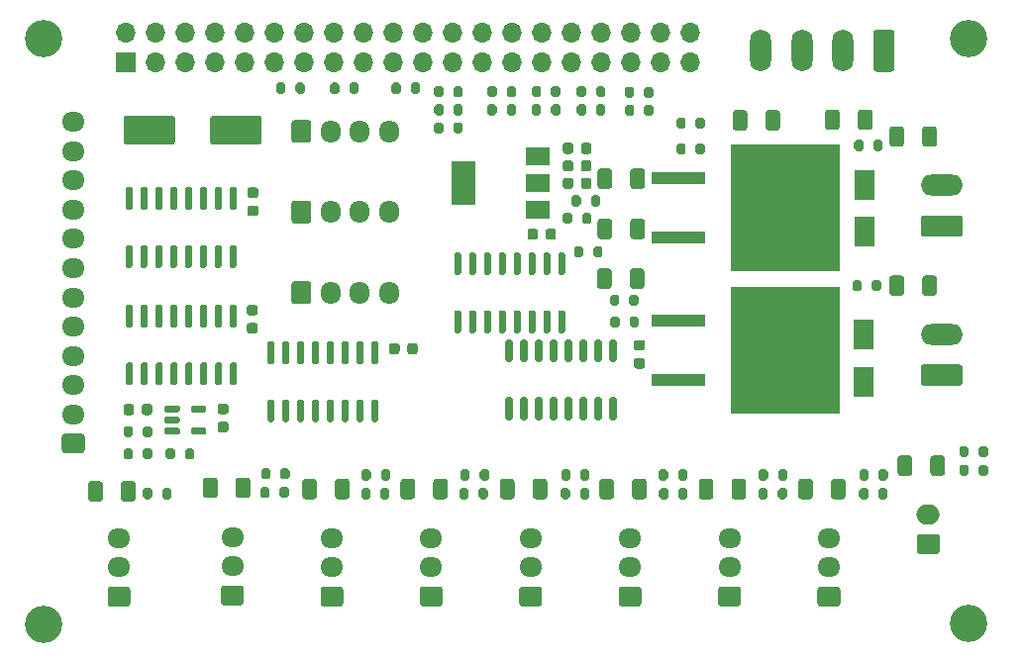
<source format=gbr>
%TF.GenerationSoftware,KiCad,Pcbnew,5.1.9*%
%TF.CreationDate,2021-07-26T21:20:54+02:00*%
%TF.ProjectId,CNCHat,434e4348-6174-42e6-9b69-6361645f7063,rev?*%
%TF.SameCoordinates,Original*%
%TF.FileFunction,Soldermask,Top*%
%TF.FilePolarity,Negative*%
%FSLAX46Y46*%
G04 Gerber Fmt 4.6, Leading zero omitted, Abs format (unit mm)*
G04 Created by KiCad (PCBNEW 5.1.9) date 2021-07-26 21:20:54*
%MOMM*%
%LPD*%
G01*
G04 APERTURE LIST*
%ADD10O,1.950000X1.700000*%
%ADD11C,3.200000*%
%ADD12R,2.000000X1.500000*%
%ADD13R,2.000000X3.800000*%
%ADD14O,1.700000X1.700000*%
%ADD15R,1.700000X1.700000*%
%ADD16O,1.700000X1.950000*%
%ADD17O,2.000000X1.700000*%
%ADD18R,1.800000X2.500000*%
%ADD19O,1.800000X3.600000*%
%ADD20O,3.600000X1.800000*%
%ADD21R,4.600000X1.100000*%
%ADD22R,9.400000X10.800000*%
G04 APERTURE END LIST*
%TO.C,U2*%
G36*
G01*
X151495000Y-103650000D02*
X151795000Y-103650000D01*
G75*
G02*
X151945000Y-103800000I0J-150000D01*
G01*
X151945000Y-105450000D01*
G75*
G02*
X151795000Y-105600000I-150000J0D01*
G01*
X151495000Y-105600000D01*
G75*
G02*
X151345000Y-105450000I0J150000D01*
G01*
X151345000Y-103800000D01*
G75*
G02*
X151495000Y-103650000I150000J0D01*
G01*
G37*
G36*
G01*
X150225000Y-103650000D02*
X150525000Y-103650000D01*
G75*
G02*
X150675000Y-103800000I0J-150000D01*
G01*
X150675000Y-105450000D01*
G75*
G02*
X150525000Y-105600000I-150000J0D01*
G01*
X150225000Y-105600000D01*
G75*
G02*
X150075000Y-105450000I0J150000D01*
G01*
X150075000Y-103800000D01*
G75*
G02*
X150225000Y-103650000I150000J0D01*
G01*
G37*
G36*
G01*
X148955000Y-103650000D02*
X149255000Y-103650000D01*
G75*
G02*
X149405000Y-103800000I0J-150000D01*
G01*
X149405000Y-105450000D01*
G75*
G02*
X149255000Y-105600000I-150000J0D01*
G01*
X148955000Y-105600000D01*
G75*
G02*
X148805000Y-105450000I0J150000D01*
G01*
X148805000Y-103800000D01*
G75*
G02*
X148955000Y-103650000I150000J0D01*
G01*
G37*
G36*
G01*
X147685000Y-103650000D02*
X147985000Y-103650000D01*
G75*
G02*
X148135000Y-103800000I0J-150000D01*
G01*
X148135000Y-105450000D01*
G75*
G02*
X147985000Y-105600000I-150000J0D01*
G01*
X147685000Y-105600000D01*
G75*
G02*
X147535000Y-105450000I0J150000D01*
G01*
X147535000Y-103800000D01*
G75*
G02*
X147685000Y-103650000I150000J0D01*
G01*
G37*
G36*
G01*
X146415000Y-103650000D02*
X146715000Y-103650000D01*
G75*
G02*
X146865000Y-103800000I0J-150000D01*
G01*
X146865000Y-105450000D01*
G75*
G02*
X146715000Y-105600000I-150000J0D01*
G01*
X146415000Y-105600000D01*
G75*
G02*
X146265000Y-105450000I0J150000D01*
G01*
X146265000Y-103800000D01*
G75*
G02*
X146415000Y-103650000I150000J0D01*
G01*
G37*
G36*
G01*
X145145000Y-103650000D02*
X145445000Y-103650000D01*
G75*
G02*
X145595000Y-103800000I0J-150000D01*
G01*
X145595000Y-105450000D01*
G75*
G02*
X145445000Y-105600000I-150000J0D01*
G01*
X145145000Y-105600000D01*
G75*
G02*
X144995000Y-105450000I0J150000D01*
G01*
X144995000Y-103800000D01*
G75*
G02*
X145145000Y-103650000I150000J0D01*
G01*
G37*
G36*
G01*
X143875000Y-103650000D02*
X144175000Y-103650000D01*
G75*
G02*
X144325000Y-103800000I0J-150000D01*
G01*
X144325000Y-105450000D01*
G75*
G02*
X144175000Y-105600000I-150000J0D01*
G01*
X143875000Y-105600000D01*
G75*
G02*
X143725000Y-105450000I0J150000D01*
G01*
X143725000Y-103800000D01*
G75*
G02*
X143875000Y-103650000I150000J0D01*
G01*
G37*
G36*
G01*
X142605000Y-103650000D02*
X142905000Y-103650000D01*
G75*
G02*
X143055000Y-103800000I0J-150000D01*
G01*
X143055000Y-105450000D01*
G75*
G02*
X142905000Y-105600000I-150000J0D01*
G01*
X142605000Y-105600000D01*
G75*
G02*
X142455000Y-105450000I0J150000D01*
G01*
X142455000Y-103800000D01*
G75*
G02*
X142605000Y-103650000I150000J0D01*
G01*
G37*
G36*
G01*
X142605000Y-98700000D02*
X142905000Y-98700000D01*
G75*
G02*
X143055000Y-98850000I0J-150000D01*
G01*
X143055000Y-100500000D01*
G75*
G02*
X142905000Y-100650000I-150000J0D01*
G01*
X142605000Y-100650000D01*
G75*
G02*
X142455000Y-100500000I0J150000D01*
G01*
X142455000Y-98850000D01*
G75*
G02*
X142605000Y-98700000I150000J0D01*
G01*
G37*
G36*
G01*
X143875000Y-98700000D02*
X144175000Y-98700000D01*
G75*
G02*
X144325000Y-98850000I0J-150000D01*
G01*
X144325000Y-100500000D01*
G75*
G02*
X144175000Y-100650000I-150000J0D01*
G01*
X143875000Y-100650000D01*
G75*
G02*
X143725000Y-100500000I0J150000D01*
G01*
X143725000Y-98850000D01*
G75*
G02*
X143875000Y-98700000I150000J0D01*
G01*
G37*
G36*
G01*
X145145000Y-98700000D02*
X145445000Y-98700000D01*
G75*
G02*
X145595000Y-98850000I0J-150000D01*
G01*
X145595000Y-100500000D01*
G75*
G02*
X145445000Y-100650000I-150000J0D01*
G01*
X145145000Y-100650000D01*
G75*
G02*
X144995000Y-100500000I0J150000D01*
G01*
X144995000Y-98850000D01*
G75*
G02*
X145145000Y-98700000I150000J0D01*
G01*
G37*
G36*
G01*
X146415000Y-98700000D02*
X146715000Y-98700000D01*
G75*
G02*
X146865000Y-98850000I0J-150000D01*
G01*
X146865000Y-100500000D01*
G75*
G02*
X146715000Y-100650000I-150000J0D01*
G01*
X146415000Y-100650000D01*
G75*
G02*
X146265000Y-100500000I0J150000D01*
G01*
X146265000Y-98850000D01*
G75*
G02*
X146415000Y-98700000I150000J0D01*
G01*
G37*
G36*
G01*
X147685000Y-98700000D02*
X147985000Y-98700000D01*
G75*
G02*
X148135000Y-98850000I0J-150000D01*
G01*
X148135000Y-100500000D01*
G75*
G02*
X147985000Y-100650000I-150000J0D01*
G01*
X147685000Y-100650000D01*
G75*
G02*
X147535000Y-100500000I0J150000D01*
G01*
X147535000Y-98850000D01*
G75*
G02*
X147685000Y-98700000I150000J0D01*
G01*
G37*
G36*
G01*
X148955000Y-98700000D02*
X149255000Y-98700000D01*
G75*
G02*
X149405000Y-98850000I0J-150000D01*
G01*
X149405000Y-100500000D01*
G75*
G02*
X149255000Y-100650000I-150000J0D01*
G01*
X148955000Y-100650000D01*
G75*
G02*
X148805000Y-100500000I0J150000D01*
G01*
X148805000Y-98850000D01*
G75*
G02*
X148955000Y-98700000I150000J0D01*
G01*
G37*
G36*
G01*
X150225000Y-98700000D02*
X150525000Y-98700000D01*
G75*
G02*
X150675000Y-98850000I0J-150000D01*
G01*
X150675000Y-100500000D01*
G75*
G02*
X150525000Y-100650000I-150000J0D01*
G01*
X150225000Y-100650000D01*
G75*
G02*
X150075000Y-100500000I0J150000D01*
G01*
X150075000Y-98850000D01*
G75*
G02*
X150225000Y-98700000I150000J0D01*
G01*
G37*
G36*
G01*
X151495000Y-98700000D02*
X151795000Y-98700000D01*
G75*
G02*
X151945000Y-98850000I0J-150000D01*
G01*
X151945000Y-100500000D01*
G75*
G02*
X151795000Y-100650000I-150000J0D01*
G01*
X151495000Y-100650000D01*
G75*
G02*
X151345000Y-100500000I0J150000D01*
G01*
X151345000Y-98850000D01*
G75*
G02*
X151495000Y-98700000I150000J0D01*
G01*
G37*
%TD*%
%TO.C,C1*%
G36*
G01*
X118550000Y-106650000D02*
X118050000Y-106650000D01*
G75*
G02*
X117825000Y-106425000I0J225000D01*
G01*
X117825000Y-105975000D01*
G75*
G02*
X118050000Y-105750000I225000J0D01*
G01*
X118550000Y-105750000D01*
G75*
G02*
X118775000Y-105975000I0J-225000D01*
G01*
X118775000Y-106425000D01*
G75*
G02*
X118550000Y-106650000I-225000J0D01*
G01*
G37*
G36*
G01*
X118550000Y-105100000D02*
X118050000Y-105100000D01*
G75*
G02*
X117825000Y-104875000I0J225000D01*
G01*
X117825000Y-104425000D01*
G75*
G02*
X118050000Y-104200000I225000J0D01*
G01*
X118550000Y-104200000D01*
G75*
G02*
X118775000Y-104425000I0J-225000D01*
G01*
X118775000Y-104875000D01*
G75*
G02*
X118550000Y-105100000I-225000J0D01*
G01*
G37*
%TD*%
%TO.C,R1*%
G36*
G01*
X122300000Y-111525000D02*
X122300000Y-112075000D01*
G75*
G02*
X122100000Y-112275000I-200000J0D01*
G01*
X121700000Y-112275000D01*
G75*
G02*
X121500000Y-112075000I0J200000D01*
G01*
X121500000Y-111525000D01*
G75*
G02*
X121700000Y-111325000I200000J0D01*
G01*
X122100000Y-111325000D01*
G75*
G02*
X122300000Y-111525000I0J-200000D01*
G01*
G37*
G36*
G01*
X123950000Y-111525000D02*
X123950000Y-112075000D01*
G75*
G02*
X123750000Y-112275000I-200000J0D01*
G01*
X123350000Y-112275000D01*
G75*
G02*
X123150000Y-112075000I0J200000D01*
G01*
X123150000Y-111525000D01*
G75*
G02*
X123350000Y-111325000I200000J0D01*
G01*
X123750000Y-111325000D01*
G75*
G02*
X123950000Y-111525000I0J-200000D01*
G01*
G37*
%TD*%
%TO.C,R9*%
G36*
G01*
X122350000Y-109925000D02*
X122350000Y-110475000D01*
G75*
G02*
X122150000Y-110675000I-200000J0D01*
G01*
X121750000Y-110675000D01*
G75*
G02*
X121550000Y-110475000I0J200000D01*
G01*
X121550000Y-109925000D01*
G75*
G02*
X121750000Y-109725000I200000J0D01*
G01*
X122150000Y-109725000D01*
G75*
G02*
X122350000Y-109925000I0J-200000D01*
G01*
G37*
G36*
G01*
X124000000Y-109925000D02*
X124000000Y-110475000D01*
G75*
G02*
X123800000Y-110675000I-200000J0D01*
G01*
X123400000Y-110675000D01*
G75*
G02*
X123200000Y-110475000I0J200000D01*
G01*
X123200000Y-109925000D01*
G75*
G02*
X123400000Y-109725000I200000J0D01*
G01*
X123800000Y-109725000D01*
G75*
G02*
X124000000Y-109925000I0J-200000D01*
G01*
G37*
%TD*%
%TO.C,U6*%
G36*
G01*
X115562500Y-104800000D02*
X115562500Y-104500000D01*
G75*
G02*
X115712500Y-104350000I150000J0D01*
G01*
X116737500Y-104350000D01*
G75*
G02*
X116887500Y-104500000I0J-150000D01*
G01*
X116887500Y-104800000D01*
G75*
G02*
X116737500Y-104950000I-150000J0D01*
G01*
X115712500Y-104950000D01*
G75*
G02*
X115562500Y-104800000I0J150000D01*
G01*
G37*
G36*
G01*
X115562500Y-106700000D02*
X115562500Y-106400000D01*
G75*
G02*
X115712500Y-106250000I150000J0D01*
G01*
X116737500Y-106250000D01*
G75*
G02*
X116887500Y-106400000I0J-150000D01*
G01*
X116887500Y-106700000D01*
G75*
G02*
X116737500Y-106850000I-150000J0D01*
G01*
X115712500Y-106850000D01*
G75*
G02*
X115562500Y-106700000I0J150000D01*
G01*
G37*
G36*
G01*
X113287500Y-106700000D02*
X113287500Y-106400000D01*
G75*
G02*
X113437500Y-106250000I150000J0D01*
G01*
X114462500Y-106250000D01*
G75*
G02*
X114612500Y-106400000I0J-150000D01*
G01*
X114612500Y-106700000D01*
G75*
G02*
X114462500Y-106850000I-150000J0D01*
G01*
X113437500Y-106850000D01*
G75*
G02*
X113287500Y-106700000I0J150000D01*
G01*
G37*
G36*
G01*
X113287500Y-105750000D02*
X113287500Y-105450000D01*
G75*
G02*
X113437500Y-105300000I150000J0D01*
G01*
X114462500Y-105300000D01*
G75*
G02*
X114612500Y-105450000I0J-150000D01*
G01*
X114612500Y-105750000D01*
G75*
G02*
X114462500Y-105900000I-150000J0D01*
G01*
X113437500Y-105900000D01*
G75*
G02*
X113287500Y-105750000I0J150000D01*
G01*
G37*
G36*
G01*
X113287500Y-104800000D02*
X113287500Y-104500000D01*
G75*
G02*
X113437500Y-104350000I150000J0D01*
G01*
X114462500Y-104350000D01*
G75*
G02*
X114612500Y-104500000I0J-150000D01*
G01*
X114612500Y-104800000D01*
G75*
G02*
X114462500Y-104950000I-150000J0D01*
G01*
X113437500Y-104950000D01*
G75*
G02*
X113287500Y-104800000I0J150000D01*
G01*
G37*
%TD*%
%TO.C,R34*%
G36*
G01*
X110600000Y-106325000D02*
X110600000Y-106875000D01*
G75*
G02*
X110400000Y-107075000I-200000J0D01*
G01*
X110000000Y-107075000D01*
G75*
G02*
X109800000Y-106875000I0J200000D01*
G01*
X109800000Y-106325000D01*
G75*
G02*
X110000000Y-106125000I200000J0D01*
G01*
X110400000Y-106125000D01*
G75*
G02*
X110600000Y-106325000I0J-200000D01*
G01*
G37*
G36*
G01*
X112250000Y-106325000D02*
X112250000Y-106875000D01*
G75*
G02*
X112050000Y-107075000I-200000J0D01*
G01*
X111650000Y-107075000D01*
G75*
G02*
X111450000Y-106875000I0J200000D01*
G01*
X111450000Y-106325000D01*
G75*
G02*
X111650000Y-106125000I200000J0D01*
G01*
X112050000Y-106125000D01*
G75*
G02*
X112250000Y-106325000I0J-200000D01*
G01*
G37*
%TD*%
%TO.C,C6*%
G36*
G01*
X111350000Y-104950000D02*
X111350000Y-104450000D01*
G75*
G02*
X111575000Y-104225000I225000J0D01*
G01*
X112025000Y-104225000D01*
G75*
G02*
X112250000Y-104450000I0J-225000D01*
G01*
X112250000Y-104950000D01*
G75*
G02*
X112025000Y-105175000I-225000J0D01*
G01*
X111575000Y-105175000D01*
G75*
G02*
X111350000Y-104950000I0J225000D01*
G01*
G37*
G36*
G01*
X109800000Y-104950000D02*
X109800000Y-104450000D01*
G75*
G02*
X110025000Y-104225000I225000J0D01*
G01*
X110475000Y-104225000D01*
G75*
G02*
X110700000Y-104450000I0J-225000D01*
G01*
X110700000Y-104950000D01*
G75*
G02*
X110475000Y-105175000I-225000J0D01*
G01*
X110025000Y-105175000D01*
G75*
G02*
X109800000Y-104950000I0J225000D01*
G01*
G37*
%TD*%
D10*
%TO.C,J5*%
X153100000Y-115700000D03*
X153100000Y-118200000D03*
G36*
G01*
X153825000Y-121550000D02*
X152375000Y-121550000D01*
G75*
G02*
X152125000Y-121300000I0J250000D01*
G01*
X152125000Y-120100000D01*
G75*
G02*
X152375000Y-119850000I250000J0D01*
G01*
X153825000Y-119850000D01*
G75*
G02*
X154075000Y-120100000I0J-250000D01*
G01*
X154075000Y-121300000D01*
G75*
G02*
X153825000Y-121550000I-250000J0D01*
G01*
G37*
%TD*%
D11*
%TO.C,REF\u002A\u002A*%
X182000000Y-73000000D03*
%TD*%
%TO.C,REF\u002A\u002A*%
X182000000Y-123000000D03*
%TD*%
%TO.C,REF\u002A\u002A*%
X102920000Y-123100000D03*
%TD*%
%TO.C,REF\u002A\u002A*%
X102920000Y-73000000D03*
%TD*%
D12*
%TO.C,U4*%
X145200000Y-87600000D03*
X145200000Y-83000000D03*
X145200000Y-85300000D03*
D13*
X138900000Y-85300000D03*
%TD*%
%TO.C,U3*%
G36*
G01*
X147095000Y-96200000D02*
X147395000Y-96200000D01*
G75*
G02*
X147545000Y-96350000I0J-150000D01*
G01*
X147545000Y-98000000D01*
G75*
G02*
X147395000Y-98150000I-150000J0D01*
G01*
X147095000Y-98150000D01*
G75*
G02*
X146945000Y-98000000I0J150000D01*
G01*
X146945000Y-96350000D01*
G75*
G02*
X147095000Y-96200000I150000J0D01*
G01*
G37*
G36*
G01*
X145825000Y-96200000D02*
X146125000Y-96200000D01*
G75*
G02*
X146275000Y-96350000I0J-150000D01*
G01*
X146275000Y-98000000D01*
G75*
G02*
X146125000Y-98150000I-150000J0D01*
G01*
X145825000Y-98150000D01*
G75*
G02*
X145675000Y-98000000I0J150000D01*
G01*
X145675000Y-96350000D01*
G75*
G02*
X145825000Y-96200000I150000J0D01*
G01*
G37*
G36*
G01*
X144555000Y-96200000D02*
X144855000Y-96200000D01*
G75*
G02*
X145005000Y-96350000I0J-150000D01*
G01*
X145005000Y-98000000D01*
G75*
G02*
X144855000Y-98150000I-150000J0D01*
G01*
X144555000Y-98150000D01*
G75*
G02*
X144405000Y-98000000I0J150000D01*
G01*
X144405000Y-96350000D01*
G75*
G02*
X144555000Y-96200000I150000J0D01*
G01*
G37*
G36*
G01*
X143285000Y-96200000D02*
X143585000Y-96200000D01*
G75*
G02*
X143735000Y-96350000I0J-150000D01*
G01*
X143735000Y-98000000D01*
G75*
G02*
X143585000Y-98150000I-150000J0D01*
G01*
X143285000Y-98150000D01*
G75*
G02*
X143135000Y-98000000I0J150000D01*
G01*
X143135000Y-96350000D01*
G75*
G02*
X143285000Y-96200000I150000J0D01*
G01*
G37*
G36*
G01*
X142015000Y-96200000D02*
X142315000Y-96200000D01*
G75*
G02*
X142465000Y-96350000I0J-150000D01*
G01*
X142465000Y-98000000D01*
G75*
G02*
X142315000Y-98150000I-150000J0D01*
G01*
X142015000Y-98150000D01*
G75*
G02*
X141865000Y-98000000I0J150000D01*
G01*
X141865000Y-96350000D01*
G75*
G02*
X142015000Y-96200000I150000J0D01*
G01*
G37*
G36*
G01*
X140745000Y-96200000D02*
X141045000Y-96200000D01*
G75*
G02*
X141195000Y-96350000I0J-150000D01*
G01*
X141195000Y-98000000D01*
G75*
G02*
X141045000Y-98150000I-150000J0D01*
G01*
X140745000Y-98150000D01*
G75*
G02*
X140595000Y-98000000I0J150000D01*
G01*
X140595000Y-96350000D01*
G75*
G02*
X140745000Y-96200000I150000J0D01*
G01*
G37*
G36*
G01*
X139475000Y-96200000D02*
X139775000Y-96200000D01*
G75*
G02*
X139925000Y-96350000I0J-150000D01*
G01*
X139925000Y-98000000D01*
G75*
G02*
X139775000Y-98150000I-150000J0D01*
G01*
X139475000Y-98150000D01*
G75*
G02*
X139325000Y-98000000I0J150000D01*
G01*
X139325000Y-96350000D01*
G75*
G02*
X139475000Y-96200000I150000J0D01*
G01*
G37*
G36*
G01*
X138205000Y-96200000D02*
X138505000Y-96200000D01*
G75*
G02*
X138655000Y-96350000I0J-150000D01*
G01*
X138655000Y-98000000D01*
G75*
G02*
X138505000Y-98150000I-150000J0D01*
G01*
X138205000Y-98150000D01*
G75*
G02*
X138055000Y-98000000I0J150000D01*
G01*
X138055000Y-96350000D01*
G75*
G02*
X138205000Y-96200000I150000J0D01*
G01*
G37*
G36*
G01*
X138205000Y-91250000D02*
X138505000Y-91250000D01*
G75*
G02*
X138655000Y-91400000I0J-150000D01*
G01*
X138655000Y-93050000D01*
G75*
G02*
X138505000Y-93200000I-150000J0D01*
G01*
X138205000Y-93200000D01*
G75*
G02*
X138055000Y-93050000I0J150000D01*
G01*
X138055000Y-91400000D01*
G75*
G02*
X138205000Y-91250000I150000J0D01*
G01*
G37*
G36*
G01*
X139475000Y-91250000D02*
X139775000Y-91250000D01*
G75*
G02*
X139925000Y-91400000I0J-150000D01*
G01*
X139925000Y-93050000D01*
G75*
G02*
X139775000Y-93200000I-150000J0D01*
G01*
X139475000Y-93200000D01*
G75*
G02*
X139325000Y-93050000I0J150000D01*
G01*
X139325000Y-91400000D01*
G75*
G02*
X139475000Y-91250000I150000J0D01*
G01*
G37*
G36*
G01*
X140745000Y-91250000D02*
X141045000Y-91250000D01*
G75*
G02*
X141195000Y-91400000I0J-150000D01*
G01*
X141195000Y-93050000D01*
G75*
G02*
X141045000Y-93200000I-150000J0D01*
G01*
X140745000Y-93200000D01*
G75*
G02*
X140595000Y-93050000I0J150000D01*
G01*
X140595000Y-91400000D01*
G75*
G02*
X140745000Y-91250000I150000J0D01*
G01*
G37*
G36*
G01*
X142015000Y-91250000D02*
X142315000Y-91250000D01*
G75*
G02*
X142465000Y-91400000I0J-150000D01*
G01*
X142465000Y-93050000D01*
G75*
G02*
X142315000Y-93200000I-150000J0D01*
G01*
X142015000Y-93200000D01*
G75*
G02*
X141865000Y-93050000I0J150000D01*
G01*
X141865000Y-91400000D01*
G75*
G02*
X142015000Y-91250000I150000J0D01*
G01*
G37*
G36*
G01*
X143285000Y-91250000D02*
X143585000Y-91250000D01*
G75*
G02*
X143735000Y-91400000I0J-150000D01*
G01*
X143735000Y-93050000D01*
G75*
G02*
X143585000Y-93200000I-150000J0D01*
G01*
X143285000Y-93200000D01*
G75*
G02*
X143135000Y-93050000I0J150000D01*
G01*
X143135000Y-91400000D01*
G75*
G02*
X143285000Y-91250000I150000J0D01*
G01*
G37*
G36*
G01*
X144555000Y-91250000D02*
X144855000Y-91250000D01*
G75*
G02*
X145005000Y-91400000I0J-150000D01*
G01*
X145005000Y-93050000D01*
G75*
G02*
X144855000Y-93200000I-150000J0D01*
G01*
X144555000Y-93200000D01*
G75*
G02*
X144405000Y-93050000I0J150000D01*
G01*
X144405000Y-91400000D01*
G75*
G02*
X144555000Y-91250000I150000J0D01*
G01*
G37*
G36*
G01*
X145825000Y-91250000D02*
X146125000Y-91250000D01*
G75*
G02*
X146275000Y-91400000I0J-150000D01*
G01*
X146275000Y-93050000D01*
G75*
G02*
X146125000Y-93200000I-150000J0D01*
G01*
X145825000Y-93200000D01*
G75*
G02*
X145675000Y-93050000I0J150000D01*
G01*
X145675000Y-91400000D01*
G75*
G02*
X145825000Y-91250000I150000J0D01*
G01*
G37*
G36*
G01*
X147095000Y-91250000D02*
X147395000Y-91250000D01*
G75*
G02*
X147545000Y-91400000I0J-150000D01*
G01*
X147545000Y-93050000D01*
G75*
G02*
X147395000Y-93200000I-150000J0D01*
G01*
X147095000Y-93200000D01*
G75*
G02*
X146945000Y-93050000I0J150000D01*
G01*
X146945000Y-91400000D01*
G75*
G02*
X147095000Y-91250000I150000J0D01*
G01*
G37*
%TD*%
%TO.C,U1*%
G36*
G01*
X131130000Y-103825000D02*
X131430000Y-103825000D01*
G75*
G02*
X131580000Y-103975000I0J-150000D01*
G01*
X131580000Y-105625000D01*
G75*
G02*
X131430000Y-105775000I-150000J0D01*
G01*
X131130000Y-105775000D01*
G75*
G02*
X130980000Y-105625000I0J150000D01*
G01*
X130980000Y-103975000D01*
G75*
G02*
X131130000Y-103825000I150000J0D01*
G01*
G37*
G36*
G01*
X129860000Y-103825000D02*
X130160000Y-103825000D01*
G75*
G02*
X130310000Y-103975000I0J-150000D01*
G01*
X130310000Y-105625000D01*
G75*
G02*
X130160000Y-105775000I-150000J0D01*
G01*
X129860000Y-105775000D01*
G75*
G02*
X129710000Y-105625000I0J150000D01*
G01*
X129710000Y-103975000D01*
G75*
G02*
X129860000Y-103825000I150000J0D01*
G01*
G37*
G36*
G01*
X128590000Y-103825000D02*
X128890000Y-103825000D01*
G75*
G02*
X129040000Y-103975000I0J-150000D01*
G01*
X129040000Y-105625000D01*
G75*
G02*
X128890000Y-105775000I-150000J0D01*
G01*
X128590000Y-105775000D01*
G75*
G02*
X128440000Y-105625000I0J150000D01*
G01*
X128440000Y-103975000D01*
G75*
G02*
X128590000Y-103825000I150000J0D01*
G01*
G37*
G36*
G01*
X127320000Y-103825000D02*
X127620000Y-103825000D01*
G75*
G02*
X127770000Y-103975000I0J-150000D01*
G01*
X127770000Y-105625000D01*
G75*
G02*
X127620000Y-105775000I-150000J0D01*
G01*
X127320000Y-105775000D01*
G75*
G02*
X127170000Y-105625000I0J150000D01*
G01*
X127170000Y-103975000D01*
G75*
G02*
X127320000Y-103825000I150000J0D01*
G01*
G37*
G36*
G01*
X126050000Y-103825000D02*
X126350000Y-103825000D01*
G75*
G02*
X126500000Y-103975000I0J-150000D01*
G01*
X126500000Y-105625000D01*
G75*
G02*
X126350000Y-105775000I-150000J0D01*
G01*
X126050000Y-105775000D01*
G75*
G02*
X125900000Y-105625000I0J150000D01*
G01*
X125900000Y-103975000D01*
G75*
G02*
X126050000Y-103825000I150000J0D01*
G01*
G37*
G36*
G01*
X124780000Y-103825000D02*
X125080000Y-103825000D01*
G75*
G02*
X125230000Y-103975000I0J-150000D01*
G01*
X125230000Y-105625000D01*
G75*
G02*
X125080000Y-105775000I-150000J0D01*
G01*
X124780000Y-105775000D01*
G75*
G02*
X124630000Y-105625000I0J150000D01*
G01*
X124630000Y-103975000D01*
G75*
G02*
X124780000Y-103825000I150000J0D01*
G01*
G37*
G36*
G01*
X123510000Y-103825000D02*
X123810000Y-103825000D01*
G75*
G02*
X123960000Y-103975000I0J-150000D01*
G01*
X123960000Y-105625000D01*
G75*
G02*
X123810000Y-105775000I-150000J0D01*
G01*
X123510000Y-105775000D01*
G75*
G02*
X123360000Y-105625000I0J150000D01*
G01*
X123360000Y-103975000D01*
G75*
G02*
X123510000Y-103825000I150000J0D01*
G01*
G37*
G36*
G01*
X122240000Y-103825000D02*
X122540000Y-103825000D01*
G75*
G02*
X122690000Y-103975000I0J-150000D01*
G01*
X122690000Y-105625000D01*
G75*
G02*
X122540000Y-105775000I-150000J0D01*
G01*
X122240000Y-105775000D01*
G75*
G02*
X122090000Y-105625000I0J150000D01*
G01*
X122090000Y-103975000D01*
G75*
G02*
X122240000Y-103825000I150000J0D01*
G01*
G37*
G36*
G01*
X122240000Y-98875000D02*
X122540000Y-98875000D01*
G75*
G02*
X122690000Y-99025000I0J-150000D01*
G01*
X122690000Y-100675000D01*
G75*
G02*
X122540000Y-100825000I-150000J0D01*
G01*
X122240000Y-100825000D01*
G75*
G02*
X122090000Y-100675000I0J150000D01*
G01*
X122090000Y-99025000D01*
G75*
G02*
X122240000Y-98875000I150000J0D01*
G01*
G37*
G36*
G01*
X123510000Y-98875000D02*
X123810000Y-98875000D01*
G75*
G02*
X123960000Y-99025000I0J-150000D01*
G01*
X123960000Y-100675000D01*
G75*
G02*
X123810000Y-100825000I-150000J0D01*
G01*
X123510000Y-100825000D01*
G75*
G02*
X123360000Y-100675000I0J150000D01*
G01*
X123360000Y-99025000D01*
G75*
G02*
X123510000Y-98875000I150000J0D01*
G01*
G37*
G36*
G01*
X124780000Y-98875000D02*
X125080000Y-98875000D01*
G75*
G02*
X125230000Y-99025000I0J-150000D01*
G01*
X125230000Y-100675000D01*
G75*
G02*
X125080000Y-100825000I-150000J0D01*
G01*
X124780000Y-100825000D01*
G75*
G02*
X124630000Y-100675000I0J150000D01*
G01*
X124630000Y-99025000D01*
G75*
G02*
X124780000Y-98875000I150000J0D01*
G01*
G37*
G36*
G01*
X126050000Y-98875000D02*
X126350000Y-98875000D01*
G75*
G02*
X126500000Y-99025000I0J-150000D01*
G01*
X126500000Y-100675000D01*
G75*
G02*
X126350000Y-100825000I-150000J0D01*
G01*
X126050000Y-100825000D01*
G75*
G02*
X125900000Y-100675000I0J150000D01*
G01*
X125900000Y-99025000D01*
G75*
G02*
X126050000Y-98875000I150000J0D01*
G01*
G37*
G36*
G01*
X127320000Y-98875000D02*
X127620000Y-98875000D01*
G75*
G02*
X127770000Y-99025000I0J-150000D01*
G01*
X127770000Y-100675000D01*
G75*
G02*
X127620000Y-100825000I-150000J0D01*
G01*
X127320000Y-100825000D01*
G75*
G02*
X127170000Y-100675000I0J150000D01*
G01*
X127170000Y-99025000D01*
G75*
G02*
X127320000Y-98875000I150000J0D01*
G01*
G37*
G36*
G01*
X128590000Y-98875000D02*
X128890000Y-98875000D01*
G75*
G02*
X129040000Y-99025000I0J-150000D01*
G01*
X129040000Y-100675000D01*
G75*
G02*
X128890000Y-100825000I-150000J0D01*
G01*
X128590000Y-100825000D01*
G75*
G02*
X128440000Y-100675000I0J150000D01*
G01*
X128440000Y-99025000D01*
G75*
G02*
X128590000Y-98875000I150000J0D01*
G01*
G37*
G36*
G01*
X129860000Y-98875000D02*
X130160000Y-98875000D01*
G75*
G02*
X130310000Y-99025000I0J-150000D01*
G01*
X130310000Y-100675000D01*
G75*
G02*
X130160000Y-100825000I-150000J0D01*
G01*
X129860000Y-100825000D01*
G75*
G02*
X129710000Y-100675000I0J150000D01*
G01*
X129710000Y-99025000D01*
G75*
G02*
X129860000Y-98875000I150000J0D01*
G01*
G37*
G36*
G01*
X131130000Y-98875000D02*
X131430000Y-98875000D01*
G75*
G02*
X131580000Y-99025000I0J-150000D01*
G01*
X131580000Y-100675000D01*
G75*
G02*
X131430000Y-100825000I-150000J0D01*
G01*
X131130000Y-100825000D01*
G75*
G02*
X130980000Y-100675000I0J150000D01*
G01*
X130980000Y-99025000D01*
G75*
G02*
X131130000Y-98875000I150000J0D01*
G01*
G37*
%TD*%
%TO.C,R43*%
G36*
G01*
X152200000Y-96925000D02*
X152200000Y-97475000D01*
G75*
G02*
X152000000Y-97675000I-200000J0D01*
G01*
X151600000Y-97675000D01*
G75*
G02*
X151400000Y-97475000I0J200000D01*
G01*
X151400000Y-96925000D01*
G75*
G02*
X151600000Y-96725000I200000J0D01*
G01*
X152000000Y-96725000D01*
G75*
G02*
X152200000Y-96925000I0J-200000D01*
G01*
G37*
G36*
G01*
X153850000Y-96925000D02*
X153850000Y-97475000D01*
G75*
G02*
X153650000Y-97675000I-200000J0D01*
G01*
X153250000Y-97675000D01*
G75*
G02*
X153050000Y-97475000I0J200000D01*
G01*
X153050000Y-96925000D01*
G75*
G02*
X153250000Y-96725000I200000J0D01*
G01*
X153650000Y-96725000D01*
G75*
G02*
X153850000Y-96925000I0J-200000D01*
G01*
G37*
%TD*%
%TO.C,R42*%
G36*
G01*
X157850000Y-82125000D02*
X157850000Y-82675000D01*
G75*
G02*
X157650000Y-82875000I-200000J0D01*
G01*
X157250000Y-82875000D01*
G75*
G02*
X157050000Y-82675000I0J200000D01*
G01*
X157050000Y-82125000D01*
G75*
G02*
X157250000Y-81925000I200000J0D01*
G01*
X157650000Y-81925000D01*
G75*
G02*
X157850000Y-82125000I0J-200000D01*
G01*
G37*
G36*
G01*
X159500000Y-82125000D02*
X159500000Y-82675000D01*
G75*
G02*
X159300000Y-82875000I-200000J0D01*
G01*
X158900000Y-82875000D01*
G75*
G02*
X158700000Y-82675000I0J200000D01*
G01*
X158700000Y-82125000D01*
G75*
G02*
X158900000Y-81925000I200000J0D01*
G01*
X159300000Y-81925000D01*
G75*
G02*
X159500000Y-82125000I0J-200000D01*
G01*
G37*
%TD*%
%TO.C,R41*%
G36*
G01*
X153025000Y-95625000D02*
X153025000Y-95075000D01*
G75*
G02*
X153225000Y-94875000I200000J0D01*
G01*
X153625000Y-94875000D01*
G75*
G02*
X153825000Y-95075000I0J-200000D01*
G01*
X153825000Y-95625000D01*
G75*
G02*
X153625000Y-95825000I-200000J0D01*
G01*
X153225000Y-95825000D01*
G75*
G02*
X153025000Y-95625000I0J200000D01*
G01*
G37*
G36*
G01*
X151375000Y-95625000D02*
X151375000Y-95075000D01*
G75*
G02*
X151575000Y-94875000I200000J0D01*
G01*
X151975000Y-94875000D01*
G75*
G02*
X152175000Y-95075000I0J-200000D01*
G01*
X152175000Y-95625000D01*
G75*
G02*
X151975000Y-95825000I-200000J0D01*
G01*
X151575000Y-95825000D01*
G75*
G02*
X151375000Y-95625000I0J200000D01*
G01*
G37*
%TD*%
%TO.C,R37*%
G36*
G01*
X114200000Y-108225000D02*
X114200000Y-108775000D01*
G75*
G02*
X114000000Y-108975000I-200000J0D01*
G01*
X113600000Y-108975000D01*
G75*
G02*
X113400000Y-108775000I0J200000D01*
G01*
X113400000Y-108225000D01*
G75*
G02*
X113600000Y-108025000I200000J0D01*
G01*
X114000000Y-108025000D01*
G75*
G02*
X114200000Y-108225000I0J-200000D01*
G01*
G37*
G36*
G01*
X115850000Y-108225000D02*
X115850000Y-108775000D01*
G75*
G02*
X115650000Y-108975000I-200000J0D01*
G01*
X115250000Y-108975000D01*
G75*
G02*
X115050000Y-108775000I0J200000D01*
G01*
X115050000Y-108225000D01*
G75*
G02*
X115250000Y-108025000I200000J0D01*
G01*
X115650000Y-108025000D01*
G75*
G02*
X115850000Y-108225000I0J-200000D01*
G01*
G37*
%TD*%
%TO.C,R36*%
G36*
G01*
X110600000Y-108225000D02*
X110600000Y-108775000D01*
G75*
G02*
X110400000Y-108975000I-200000J0D01*
G01*
X110000000Y-108975000D01*
G75*
G02*
X109800000Y-108775000I0J200000D01*
G01*
X109800000Y-108225000D01*
G75*
G02*
X110000000Y-108025000I200000J0D01*
G01*
X110400000Y-108025000D01*
G75*
G02*
X110600000Y-108225000I0J-200000D01*
G01*
G37*
G36*
G01*
X112250000Y-108225000D02*
X112250000Y-108775000D01*
G75*
G02*
X112050000Y-108975000I-200000J0D01*
G01*
X111650000Y-108975000D01*
G75*
G02*
X111450000Y-108775000I0J200000D01*
G01*
X111450000Y-108225000D01*
G75*
G02*
X111650000Y-108025000I200000J0D01*
G01*
X112050000Y-108025000D01*
G75*
G02*
X112250000Y-108225000I0J-200000D01*
G01*
G37*
%TD*%
%TO.C,R35*%
G36*
G01*
X149950000Y-91475000D02*
X149950000Y-90925000D01*
G75*
G02*
X150150000Y-90725000I200000J0D01*
G01*
X150550000Y-90725000D01*
G75*
G02*
X150750000Y-90925000I0J-200000D01*
G01*
X150750000Y-91475000D01*
G75*
G02*
X150550000Y-91675000I-200000J0D01*
G01*
X150150000Y-91675000D01*
G75*
G02*
X149950000Y-91475000I0J200000D01*
G01*
G37*
G36*
G01*
X148300000Y-91475000D02*
X148300000Y-90925000D01*
G75*
G02*
X148500000Y-90725000I200000J0D01*
G01*
X148900000Y-90725000D01*
G75*
G02*
X149100000Y-90925000I0J-200000D01*
G01*
X149100000Y-91475000D01*
G75*
G02*
X148900000Y-91675000I-200000J0D01*
G01*
X148500000Y-91675000D01*
G75*
G02*
X148300000Y-91475000I0J200000D01*
G01*
G37*
%TD*%
%TO.C,R33*%
G36*
G01*
X149800000Y-88075000D02*
X149800000Y-88625000D01*
G75*
G02*
X149600000Y-88825000I-200000J0D01*
G01*
X149200000Y-88825000D01*
G75*
G02*
X149000000Y-88625000I0J200000D01*
G01*
X149000000Y-88075000D01*
G75*
G02*
X149200000Y-87875000I200000J0D01*
G01*
X149600000Y-87875000D01*
G75*
G02*
X149800000Y-88075000I0J-200000D01*
G01*
G37*
G36*
G01*
X148150000Y-88075000D02*
X148150000Y-88625000D01*
G75*
G02*
X147950000Y-88825000I-200000J0D01*
G01*
X147550000Y-88825000D01*
G75*
G02*
X147350000Y-88625000I0J200000D01*
G01*
X147350000Y-88075000D01*
G75*
G02*
X147550000Y-87875000I200000J0D01*
G01*
X147950000Y-87875000D01*
G75*
G02*
X148150000Y-88075000I0J-200000D01*
G01*
G37*
%TD*%
%TO.C,R32*%
G36*
G01*
X112250000Y-111625000D02*
X112250000Y-112175000D01*
G75*
G02*
X112050000Y-112375000I-200000J0D01*
G01*
X111650000Y-112375000D01*
G75*
G02*
X111450000Y-112175000I0J200000D01*
G01*
X111450000Y-111625000D01*
G75*
G02*
X111650000Y-111425000I200000J0D01*
G01*
X112050000Y-111425000D01*
G75*
G02*
X112250000Y-111625000I0J-200000D01*
G01*
G37*
G36*
G01*
X113900000Y-111625000D02*
X113900000Y-112175000D01*
G75*
G02*
X113700000Y-112375000I-200000J0D01*
G01*
X113300000Y-112375000D01*
G75*
G02*
X113100000Y-112175000I0J200000D01*
G01*
X113100000Y-111625000D01*
G75*
G02*
X113300000Y-111425000I200000J0D01*
G01*
X113700000Y-111425000D01*
G75*
G02*
X113900000Y-111625000I0J-200000D01*
G01*
G37*
%TD*%
%TO.C,R30*%
G36*
G01*
X137150000Y-78775000D02*
X137150000Y-79325000D01*
G75*
G02*
X136950000Y-79525000I-200000J0D01*
G01*
X136550000Y-79525000D01*
G75*
G02*
X136350000Y-79325000I0J200000D01*
G01*
X136350000Y-78775000D01*
G75*
G02*
X136550000Y-78575000I200000J0D01*
G01*
X136950000Y-78575000D01*
G75*
G02*
X137150000Y-78775000I0J-200000D01*
G01*
G37*
G36*
G01*
X138800000Y-78775000D02*
X138800000Y-79325000D01*
G75*
G02*
X138600000Y-79525000I-200000J0D01*
G01*
X138200000Y-79525000D01*
G75*
G02*
X138000000Y-79325000I0J200000D01*
G01*
X138000000Y-78775000D01*
G75*
G02*
X138200000Y-78575000I200000J0D01*
G01*
X138600000Y-78575000D01*
G75*
G02*
X138800000Y-78775000I0J-200000D01*
G01*
G37*
%TD*%
%TO.C,R29*%
G36*
G01*
X137150000Y-77225000D02*
X137150000Y-77775000D01*
G75*
G02*
X136950000Y-77975000I-200000J0D01*
G01*
X136550000Y-77975000D01*
G75*
G02*
X136350000Y-77775000I0J200000D01*
G01*
X136350000Y-77225000D01*
G75*
G02*
X136550000Y-77025000I200000J0D01*
G01*
X136950000Y-77025000D01*
G75*
G02*
X137150000Y-77225000I0J-200000D01*
G01*
G37*
G36*
G01*
X138800000Y-77225000D02*
X138800000Y-77775000D01*
G75*
G02*
X138600000Y-77975000I-200000J0D01*
G01*
X138200000Y-77975000D01*
G75*
G02*
X138000000Y-77775000I0J200000D01*
G01*
X138000000Y-77225000D01*
G75*
G02*
X138200000Y-77025000I200000J0D01*
G01*
X138600000Y-77025000D01*
G75*
G02*
X138800000Y-77225000I0J-200000D01*
G01*
G37*
%TD*%
%TO.C,R28*%
G36*
G01*
X149350000Y-78775000D02*
X149350000Y-79325000D01*
G75*
G02*
X149150000Y-79525000I-200000J0D01*
G01*
X148750000Y-79525000D01*
G75*
G02*
X148550000Y-79325000I0J200000D01*
G01*
X148550000Y-78775000D01*
G75*
G02*
X148750000Y-78575000I200000J0D01*
G01*
X149150000Y-78575000D01*
G75*
G02*
X149350000Y-78775000I0J-200000D01*
G01*
G37*
G36*
G01*
X151000000Y-78775000D02*
X151000000Y-79325000D01*
G75*
G02*
X150800000Y-79525000I-200000J0D01*
G01*
X150400000Y-79525000D01*
G75*
G02*
X150200000Y-79325000I0J200000D01*
G01*
X150200000Y-78775000D01*
G75*
G02*
X150400000Y-78575000I200000J0D01*
G01*
X150800000Y-78575000D01*
G75*
G02*
X151000000Y-78775000I0J-200000D01*
G01*
G37*
%TD*%
%TO.C,R27*%
G36*
G01*
X137150000Y-80325000D02*
X137150000Y-80875000D01*
G75*
G02*
X136950000Y-81075000I-200000J0D01*
G01*
X136550000Y-81075000D01*
G75*
G02*
X136350000Y-80875000I0J200000D01*
G01*
X136350000Y-80325000D01*
G75*
G02*
X136550000Y-80125000I200000J0D01*
G01*
X136950000Y-80125000D01*
G75*
G02*
X137150000Y-80325000I0J-200000D01*
G01*
G37*
G36*
G01*
X138800000Y-80325000D02*
X138800000Y-80875000D01*
G75*
G02*
X138600000Y-81075000I-200000J0D01*
G01*
X138200000Y-81075000D01*
G75*
G02*
X138000000Y-80875000I0J200000D01*
G01*
X138000000Y-80325000D01*
G75*
G02*
X138200000Y-80125000I200000J0D01*
G01*
X138600000Y-80125000D01*
G75*
G02*
X138800000Y-80325000I0J-200000D01*
G01*
G37*
%TD*%
%TO.C,R26*%
G36*
G01*
X150200000Y-77775000D02*
X150200000Y-77225000D01*
G75*
G02*
X150400000Y-77025000I200000J0D01*
G01*
X150800000Y-77025000D01*
G75*
G02*
X151000000Y-77225000I0J-200000D01*
G01*
X151000000Y-77775000D01*
G75*
G02*
X150800000Y-77975000I-200000J0D01*
G01*
X150400000Y-77975000D01*
G75*
G02*
X150200000Y-77775000I0J200000D01*
G01*
G37*
G36*
G01*
X148550000Y-77775000D02*
X148550000Y-77225000D01*
G75*
G02*
X148750000Y-77025000I200000J0D01*
G01*
X149150000Y-77025000D01*
G75*
G02*
X149350000Y-77225000I0J-200000D01*
G01*
X149350000Y-77775000D01*
G75*
G02*
X149150000Y-77975000I-200000J0D01*
G01*
X148750000Y-77975000D01*
G75*
G02*
X148550000Y-77775000I0J200000D01*
G01*
G37*
%TD*%
%TO.C,R25*%
G36*
G01*
X146350000Y-79325000D02*
X146350000Y-78775000D01*
G75*
G02*
X146550000Y-78575000I200000J0D01*
G01*
X146950000Y-78575000D01*
G75*
G02*
X147150000Y-78775000I0J-200000D01*
G01*
X147150000Y-79325000D01*
G75*
G02*
X146950000Y-79525000I-200000J0D01*
G01*
X146550000Y-79525000D01*
G75*
G02*
X146350000Y-79325000I0J200000D01*
G01*
G37*
G36*
G01*
X144700000Y-79325000D02*
X144700000Y-78775000D01*
G75*
G02*
X144900000Y-78575000I200000J0D01*
G01*
X145300000Y-78575000D01*
G75*
G02*
X145500000Y-78775000I0J-200000D01*
G01*
X145500000Y-79325000D01*
G75*
G02*
X145300000Y-79525000I-200000J0D01*
G01*
X144900000Y-79525000D01*
G75*
G02*
X144700000Y-79325000I0J200000D01*
G01*
G37*
%TD*%
%TO.C,R24*%
G36*
G01*
X154300000Y-79375000D02*
X154300000Y-78825000D01*
G75*
G02*
X154500000Y-78625000I200000J0D01*
G01*
X154900000Y-78625000D01*
G75*
G02*
X155100000Y-78825000I0J-200000D01*
G01*
X155100000Y-79375000D01*
G75*
G02*
X154900000Y-79575000I-200000J0D01*
G01*
X154500000Y-79575000D01*
G75*
G02*
X154300000Y-79375000I0J200000D01*
G01*
G37*
G36*
G01*
X152650000Y-79375000D02*
X152650000Y-78825000D01*
G75*
G02*
X152850000Y-78625000I200000J0D01*
G01*
X153250000Y-78625000D01*
G75*
G02*
X153450000Y-78825000I0J-200000D01*
G01*
X153450000Y-79375000D01*
G75*
G02*
X153250000Y-79575000I-200000J0D01*
G01*
X152850000Y-79575000D01*
G75*
G02*
X152650000Y-79375000I0J200000D01*
G01*
G37*
%TD*%
%TO.C,R23*%
G36*
G01*
X154275000Y-77825000D02*
X154275000Y-77275000D01*
G75*
G02*
X154475000Y-77075000I200000J0D01*
G01*
X154875000Y-77075000D01*
G75*
G02*
X155075000Y-77275000I0J-200000D01*
G01*
X155075000Y-77825000D01*
G75*
G02*
X154875000Y-78025000I-200000J0D01*
G01*
X154475000Y-78025000D01*
G75*
G02*
X154275000Y-77825000I0J200000D01*
G01*
G37*
G36*
G01*
X152625000Y-77825000D02*
X152625000Y-77275000D01*
G75*
G02*
X152825000Y-77075000I200000J0D01*
G01*
X153225000Y-77075000D01*
G75*
G02*
X153425000Y-77275000I0J-200000D01*
G01*
X153425000Y-77825000D01*
G75*
G02*
X153225000Y-78025000I-200000J0D01*
G01*
X152825000Y-78025000D01*
G75*
G02*
X152625000Y-77825000I0J200000D01*
G01*
G37*
%TD*%
%TO.C,R22*%
G36*
G01*
X134350000Y-77475000D02*
X134350000Y-76925000D01*
G75*
G02*
X134550000Y-76725000I200000J0D01*
G01*
X134950000Y-76725000D01*
G75*
G02*
X135150000Y-76925000I0J-200000D01*
G01*
X135150000Y-77475000D01*
G75*
G02*
X134950000Y-77675000I-200000J0D01*
G01*
X134550000Y-77675000D01*
G75*
G02*
X134350000Y-77475000I0J200000D01*
G01*
G37*
G36*
G01*
X132700000Y-77475000D02*
X132700000Y-76925000D01*
G75*
G02*
X132900000Y-76725000I200000J0D01*
G01*
X133300000Y-76725000D01*
G75*
G02*
X133500000Y-76925000I0J-200000D01*
G01*
X133500000Y-77475000D01*
G75*
G02*
X133300000Y-77675000I-200000J0D01*
G01*
X132900000Y-77675000D01*
G75*
G02*
X132700000Y-77475000I0J200000D01*
G01*
G37*
%TD*%
%TO.C,R21*%
G36*
G01*
X146350000Y-77775000D02*
X146350000Y-77225000D01*
G75*
G02*
X146550000Y-77025000I200000J0D01*
G01*
X146950000Y-77025000D01*
G75*
G02*
X147150000Y-77225000I0J-200000D01*
G01*
X147150000Y-77775000D01*
G75*
G02*
X146950000Y-77975000I-200000J0D01*
G01*
X146550000Y-77975000D01*
G75*
G02*
X146350000Y-77775000I0J200000D01*
G01*
G37*
G36*
G01*
X144700000Y-77775000D02*
X144700000Y-77225000D01*
G75*
G02*
X144900000Y-77025000I200000J0D01*
G01*
X145300000Y-77025000D01*
G75*
G02*
X145500000Y-77225000I0J-200000D01*
G01*
X145500000Y-77775000D01*
G75*
G02*
X145300000Y-77975000I-200000J0D01*
G01*
X144900000Y-77975000D01*
G75*
G02*
X144700000Y-77775000I0J200000D01*
G01*
G37*
%TD*%
%TO.C,R20*%
G36*
G01*
X142550000Y-79325000D02*
X142550000Y-78775000D01*
G75*
G02*
X142750000Y-78575000I200000J0D01*
G01*
X143150000Y-78575000D01*
G75*
G02*
X143350000Y-78775000I0J-200000D01*
G01*
X143350000Y-79325000D01*
G75*
G02*
X143150000Y-79525000I-200000J0D01*
G01*
X142750000Y-79525000D01*
G75*
G02*
X142550000Y-79325000I0J200000D01*
G01*
G37*
G36*
G01*
X140900000Y-79325000D02*
X140900000Y-78775000D01*
G75*
G02*
X141100000Y-78575000I200000J0D01*
G01*
X141500000Y-78575000D01*
G75*
G02*
X141700000Y-78775000I0J-200000D01*
G01*
X141700000Y-79325000D01*
G75*
G02*
X141500000Y-79525000I-200000J0D01*
G01*
X141100000Y-79525000D01*
G75*
G02*
X140900000Y-79325000I0J200000D01*
G01*
G37*
%TD*%
%TO.C,R19*%
G36*
G01*
X142575000Y-77775000D02*
X142575000Y-77225000D01*
G75*
G02*
X142775000Y-77025000I200000J0D01*
G01*
X143175000Y-77025000D01*
G75*
G02*
X143375000Y-77225000I0J-200000D01*
G01*
X143375000Y-77775000D01*
G75*
G02*
X143175000Y-77975000I-200000J0D01*
G01*
X142775000Y-77975000D01*
G75*
G02*
X142575000Y-77775000I0J200000D01*
G01*
G37*
G36*
G01*
X140925000Y-77775000D02*
X140925000Y-77225000D01*
G75*
G02*
X141125000Y-77025000I200000J0D01*
G01*
X141525000Y-77025000D01*
G75*
G02*
X141725000Y-77225000I0J-200000D01*
G01*
X141725000Y-77775000D01*
G75*
G02*
X141525000Y-77975000I-200000J0D01*
G01*
X141125000Y-77975000D01*
G75*
G02*
X140925000Y-77775000I0J200000D01*
G01*
G37*
%TD*%
%TO.C,R18*%
G36*
G01*
X129100000Y-77475000D02*
X129100000Y-76925000D01*
G75*
G02*
X129300000Y-76725000I200000J0D01*
G01*
X129700000Y-76725000D01*
G75*
G02*
X129900000Y-76925000I0J-200000D01*
G01*
X129900000Y-77475000D01*
G75*
G02*
X129700000Y-77675000I-200000J0D01*
G01*
X129300000Y-77675000D01*
G75*
G02*
X129100000Y-77475000I0J200000D01*
G01*
G37*
G36*
G01*
X127450000Y-77475000D02*
X127450000Y-76925000D01*
G75*
G02*
X127650000Y-76725000I200000J0D01*
G01*
X128050000Y-76725000D01*
G75*
G02*
X128250000Y-76925000I0J-200000D01*
G01*
X128250000Y-77475000D01*
G75*
G02*
X128050000Y-77675000I-200000J0D01*
G01*
X127650000Y-77675000D01*
G75*
G02*
X127450000Y-77475000I0J200000D01*
G01*
G37*
%TD*%
%TO.C,R17*%
G36*
G01*
X124500000Y-77475000D02*
X124500000Y-76925000D01*
G75*
G02*
X124700000Y-76725000I200000J0D01*
G01*
X125100000Y-76725000D01*
G75*
G02*
X125300000Y-76925000I0J-200000D01*
G01*
X125300000Y-77475000D01*
G75*
G02*
X125100000Y-77675000I-200000J0D01*
G01*
X124700000Y-77675000D01*
G75*
G02*
X124500000Y-77475000I0J200000D01*
G01*
G37*
G36*
G01*
X122850000Y-77475000D02*
X122850000Y-76925000D01*
G75*
G02*
X123050000Y-76725000I200000J0D01*
G01*
X123450000Y-76725000D01*
G75*
G02*
X123650000Y-76925000I0J-200000D01*
G01*
X123650000Y-77475000D01*
G75*
G02*
X123450000Y-77675000I-200000J0D01*
G01*
X123050000Y-77675000D01*
G75*
G02*
X122850000Y-77475000I0J200000D01*
G01*
G37*
%TD*%
%TO.C,R16*%
G36*
G01*
X182050000Y-108025000D02*
X182050000Y-108575000D01*
G75*
G02*
X181850000Y-108775000I-200000J0D01*
G01*
X181450000Y-108775000D01*
G75*
G02*
X181250000Y-108575000I0J200000D01*
G01*
X181250000Y-108025000D01*
G75*
G02*
X181450000Y-107825000I200000J0D01*
G01*
X181850000Y-107825000D01*
G75*
G02*
X182050000Y-108025000I0J-200000D01*
G01*
G37*
G36*
G01*
X183700000Y-108025000D02*
X183700000Y-108575000D01*
G75*
G02*
X183500000Y-108775000I-200000J0D01*
G01*
X183100000Y-108775000D01*
G75*
G02*
X182900000Y-108575000I0J200000D01*
G01*
X182900000Y-108025000D01*
G75*
G02*
X183100000Y-107825000I200000J0D01*
G01*
X183500000Y-107825000D01*
G75*
G02*
X183700000Y-108025000I0J-200000D01*
G01*
G37*
%TD*%
%TO.C,R15*%
G36*
G01*
X173500000Y-110025000D02*
X173500000Y-110575000D01*
G75*
G02*
X173300000Y-110775000I-200000J0D01*
G01*
X172900000Y-110775000D01*
G75*
G02*
X172700000Y-110575000I0J200000D01*
G01*
X172700000Y-110025000D01*
G75*
G02*
X172900000Y-109825000I200000J0D01*
G01*
X173300000Y-109825000D01*
G75*
G02*
X173500000Y-110025000I0J-200000D01*
G01*
G37*
G36*
G01*
X175150000Y-110025000D02*
X175150000Y-110575000D01*
G75*
G02*
X174950000Y-110775000I-200000J0D01*
G01*
X174550000Y-110775000D01*
G75*
G02*
X174350000Y-110575000I0J200000D01*
G01*
X174350000Y-110025000D01*
G75*
G02*
X174550000Y-109825000I200000J0D01*
G01*
X174950000Y-109825000D01*
G75*
G02*
X175150000Y-110025000I0J-200000D01*
G01*
G37*
%TD*%
%TO.C,R14*%
G36*
G01*
X164900000Y-110025000D02*
X164900000Y-110575000D01*
G75*
G02*
X164700000Y-110775000I-200000J0D01*
G01*
X164300000Y-110775000D01*
G75*
G02*
X164100000Y-110575000I0J200000D01*
G01*
X164100000Y-110025000D01*
G75*
G02*
X164300000Y-109825000I200000J0D01*
G01*
X164700000Y-109825000D01*
G75*
G02*
X164900000Y-110025000I0J-200000D01*
G01*
G37*
G36*
G01*
X166550000Y-110025000D02*
X166550000Y-110575000D01*
G75*
G02*
X166350000Y-110775000I-200000J0D01*
G01*
X165950000Y-110775000D01*
G75*
G02*
X165750000Y-110575000I0J200000D01*
G01*
X165750000Y-110025000D01*
G75*
G02*
X165950000Y-109825000I200000J0D01*
G01*
X166350000Y-109825000D01*
G75*
G02*
X166550000Y-110025000I0J-200000D01*
G01*
G37*
%TD*%
%TO.C,R13*%
G36*
G01*
X156350000Y-110025000D02*
X156350000Y-110575000D01*
G75*
G02*
X156150000Y-110775000I-200000J0D01*
G01*
X155750000Y-110775000D01*
G75*
G02*
X155550000Y-110575000I0J200000D01*
G01*
X155550000Y-110025000D01*
G75*
G02*
X155750000Y-109825000I200000J0D01*
G01*
X156150000Y-109825000D01*
G75*
G02*
X156350000Y-110025000I0J-200000D01*
G01*
G37*
G36*
G01*
X158000000Y-110025000D02*
X158000000Y-110575000D01*
G75*
G02*
X157800000Y-110775000I-200000J0D01*
G01*
X157400000Y-110775000D01*
G75*
G02*
X157200000Y-110575000I0J200000D01*
G01*
X157200000Y-110025000D01*
G75*
G02*
X157400000Y-109825000I200000J0D01*
G01*
X157800000Y-109825000D01*
G75*
G02*
X158000000Y-110025000I0J-200000D01*
G01*
G37*
%TD*%
%TO.C,R12*%
G36*
G01*
X148000000Y-110025000D02*
X148000000Y-110575000D01*
G75*
G02*
X147800000Y-110775000I-200000J0D01*
G01*
X147400000Y-110775000D01*
G75*
G02*
X147200000Y-110575000I0J200000D01*
G01*
X147200000Y-110025000D01*
G75*
G02*
X147400000Y-109825000I200000J0D01*
G01*
X147800000Y-109825000D01*
G75*
G02*
X148000000Y-110025000I0J-200000D01*
G01*
G37*
G36*
G01*
X149650000Y-110025000D02*
X149650000Y-110575000D01*
G75*
G02*
X149450000Y-110775000I-200000J0D01*
G01*
X149050000Y-110775000D01*
G75*
G02*
X148850000Y-110575000I0J200000D01*
G01*
X148850000Y-110025000D01*
G75*
G02*
X149050000Y-109825000I200000J0D01*
G01*
X149450000Y-109825000D01*
G75*
G02*
X149650000Y-110025000I0J-200000D01*
G01*
G37*
%TD*%
%TO.C,R11*%
G36*
G01*
X139400000Y-110025000D02*
X139400000Y-110575000D01*
G75*
G02*
X139200000Y-110775000I-200000J0D01*
G01*
X138800000Y-110775000D01*
G75*
G02*
X138600000Y-110575000I0J200000D01*
G01*
X138600000Y-110025000D01*
G75*
G02*
X138800000Y-109825000I200000J0D01*
G01*
X139200000Y-109825000D01*
G75*
G02*
X139400000Y-110025000I0J-200000D01*
G01*
G37*
G36*
G01*
X141050000Y-110025000D02*
X141050000Y-110575000D01*
G75*
G02*
X140850000Y-110775000I-200000J0D01*
G01*
X140450000Y-110775000D01*
G75*
G02*
X140250000Y-110575000I0J200000D01*
G01*
X140250000Y-110025000D01*
G75*
G02*
X140450000Y-109825000I200000J0D01*
G01*
X140850000Y-109825000D01*
G75*
G02*
X141050000Y-110025000I0J-200000D01*
G01*
G37*
%TD*%
%TO.C,R10*%
G36*
G01*
X130950000Y-110025000D02*
X130950000Y-110575000D01*
G75*
G02*
X130750000Y-110775000I-200000J0D01*
G01*
X130350000Y-110775000D01*
G75*
G02*
X130150000Y-110575000I0J200000D01*
G01*
X130150000Y-110025000D01*
G75*
G02*
X130350000Y-109825000I200000J0D01*
G01*
X130750000Y-109825000D01*
G75*
G02*
X130950000Y-110025000I0J-200000D01*
G01*
G37*
G36*
G01*
X132600000Y-110025000D02*
X132600000Y-110575000D01*
G75*
G02*
X132400000Y-110775000I-200000J0D01*
G01*
X132000000Y-110775000D01*
G75*
G02*
X131800000Y-110575000I0J200000D01*
G01*
X131800000Y-110025000D01*
G75*
G02*
X132000000Y-109825000I200000J0D01*
G01*
X132400000Y-109825000D01*
G75*
G02*
X132600000Y-110025000I0J-200000D01*
G01*
G37*
%TD*%
%TO.C,R8*%
G36*
G01*
X182900000Y-110175000D02*
X182900000Y-109625000D01*
G75*
G02*
X183100000Y-109425000I200000J0D01*
G01*
X183500000Y-109425000D01*
G75*
G02*
X183700000Y-109625000I0J-200000D01*
G01*
X183700000Y-110175000D01*
G75*
G02*
X183500000Y-110375000I-200000J0D01*
G01*
X183100000Y-110375000D01*
G75*
G02*
X182900000Y-110175000I0J200000D01*
G01*
G37*
G36*
G01*
X181250000Y-110175000D02*
X181250000Y-109625000D01*
G75*
G02*
X181450000Y-109425000I200000J0D01*
G01*
X181850000Y-109425000D01*
G75*
G02*
X182050000Y-109625000I0J-200000D01*
G01*
X182050000Y-110175000D01*
G75*
G02*
X181850000Y-110375000I-200000J0D01*
G01*
X181450000Y-110375000D01*
G75*
G02*
X181250000Y-110175000I0J200000D01*
G01*
G37*
%TD*%
%TO.C,R7*%
G36*
G01*
X173475000Y-111625000D02*
X173475000Y-112175000D01*
G75*
G02*
X173275000Y-112375000I-200000J0D01*
G01*
X172875000Y-112375000D01*
G75*
G02*
X172675000Y-112175000I0J200000D01*
G01*
X172675000Y-111625000D01*
G75*
G02*
X172875000Y-111425000I200000J0D01*
G01*
X173275000Y-111425000D01*
G75*
G02*
X173475000Y-111625000I0J-200000D01*
G01*
G37*
G36*
G01*
X175125000Y-111625000D02*
X175125000Y-112175000D01*
G75*
G02*
X174925000Y-112375000I-200000J0D01*
G01*
X174525000Y-112375000D01*
G75*
G02*
X174325000Y-112175000I0J200000D01*
G01*
X174325000Y-111625000D01*
G75*
G02*
X174525000Y-111425000I200000J0D01*
G01*
X174925000Y-111425000D01*
G75*
G02*
X175125000Y-111625000I0J-200000D01*
G01*
G37*
%TD*%
%TO.C,R6*%
G36*
G01*
X164875000Y-111625000D02*
X164875000Y-112175000D01*
G75*
G02*
X164675000Y-112375000I-200000J0D01*
G01*
X164275000Y-112375000D01*
G75*
G02*
X164075000Y-112175000I0J200000D01*
G01*
X164075000Y-111625000D01*
G75*
G02*
X164275000Y-111425000I200000J0D01*
G01*
X164675000Y-111425000D01*
G75*
G02*
X164875000Y-111625000I0J-200000D01*
G01*
G37*
G36*
G01*
X166525000Y-111625000D02*
X166525000Y-112175000D01*
G75*
G02*
X166325000Y-112375000I-200000J0D01*
G01*
X165925000Y-112375000D01*
G75*
G02*
X165725000Y-112175000I0J200000D01*
G01*
X165725000Y-111625000D01*
G75*
G02*
X165925000Y-111425000I200000J0D01*
G01*
X166325000Y-111425000D01*
G75*
G02*
X166525000Y-111625000I0J-200000D01*
G01*
G37*
%TD*%
%TO.C,R5*%
G36*
G01*
X156375000Y-111625000D02*
X156375000Y-112175000D01*
G75*
G02*
X156175000Y-112375000I-200000J0D01*
G01*
X155775000Y-112375000D01*
G75*
G02*
X155575000Y-112175000I0J200000D01*
G01*
X155575000Y-111625000D01*
G75*
G02*
X155775000Y-111425000I200000J0D01*
G01*
X156175000Y-111425000D01*
G75*
G02*
X156375000Y-111625000I0J-200000D01*
G01*
G37*
G36*
G01*
X158025000Y-111625000D02*
X158025000Y-112175000D01*
G75*
G02*
X157825000Y-112375000I-200000J0D01*
G01*
X157425000Y-112375000D01*
G75*
G02*
X157225000Y-112175000I0J200000D01*
G01*
X157225000Y-111625000D01*
G75*
G02*
X157425000Y-111425000I200000J0D01*
G01*
X157825000Y-111425000D01*
G75*
G02*
X158025000Y-111625000I0J-200000D01*
G01*
G37*
%TD*%
%TO.C,R4*%
G36*
G01*
X147975000Y-111625000D02*
X147975000Y-112175000D01*
G75*
G02*
X147775000Y-112375000I-200000J0D01*
G01*
X147375000Y-112375000D01*
G75*
G02*
X147175000Y-112175000I0J200000D01*
G01*
X147175000Y-111625000D01*
G75*
G02*
X147375000Y-111425000I200000J0D01*
G01*
X147775000Y-111425000D01*
G75*
G02*
X147975000Y-111625000I0J-200000D01*
G01*
G37*
G36*
G01*
X149625000Y-111625000D02*
X149625000Y-112175000D01*
G75*
G02*
X149425000Y-112375000I-200000J0D01*
G01*
X149025000Y-112375000D01*
G75*
G02*
X148825000Y-112175000I0J200000D01*
G01*
X148825000Y-111625000D01*
G75*
G02*
X149025000Y-111425000I200000J0D01*
G01*
X149425000Y-111425000D01*
G75*
G02*
X149625000Y-111625000I0J-200000D01*
G01*
G37*
%TD*%
%TO.C,R3*%
G36*
G01*
X139300000Y-111625000D02*
X139300000Y-112175000D01*
G75*
G02*
X139100000Y-112375000I-200000J0D01*
G01*
X138700000Y-112375000D01*
G75*
G02*
X138500000Y-112175000I0J200000D01*
G01*
X138500000Y-111625000D01*
G75*
G02*
X138700000Y-111425000I200000J0D01*
G01*
X139100000Y-111425000D01*
G75*
G02*
X139300000Y-111625000I0J-200000D01*
G01*
G37*
G36*
G01*
X140950000Y-111625000D02*
X140950000Y-112175000D01*
G75*
G02*
X140750000Y-112375000I-200000J0D01*
G01*
X140350000Y-112375000D01*
G75*
G02*
X140150000Y-112175000I0J200000D01*
G01*
X140150000Y-111625000D01*
G75*
G02*
X140350000Y-111425000I200000J0D01*
G01*
X140750000Y-111425000D01*
G75*
G02*
X140950000Y-111625000I0J-200000D01*
G01*
G37*
%TD*%
%TO.C,R2*%
G36*
G01*
X130900000Y-111625000D02*
X130900000Y-112175000D01*
G75*
G02*
X130700000Y-112375000I-200000J0D01*
G01*
X130300000Y-112375000D01*
G75*
G02*
X130100000Y-112175000I0J200000D01*
G01*
X130100000Y-111625000D01*
G75*
G02*
X130300000Y-111425000I200000J0D01*
G01*
X130700000Y-111425000D01*
G75*
G02*
X130900000Y-111625000I0J-200000D01*
G01*
G37*
G36*
G01*
X132550000Y-111625000D02*
X132550000Y-112175000D01*
G75*
G02*
X132350000Y-112375000I-200000J0D01*
G01*
X131950000Y-112375000D01*
G75*
G02*
X131750000Y-112175000I0J200000D01*
G01*
X131750000Y-111625000D01*
G75*
G02*
X131950000Y-111425000I200000J0D01*
G01*
X132350000Y-111425000D01*
G75*
G02*
X132550000Y-111625000I0J-200000D01*
G01*
G37*
%TD*%
D10*
%TO.C,J21*%
X105500000Y-80100000D03*
X105500000Y-82600000D03*
X105500000Y-85100000D03*
X105500000Y-87600000D03*
X105500000Y-90100000D03*
X105500000Y-92600000D03*
X105500000Y-95100000D03*
X105500000Y-97600000D03*
X105500000Y-100100000D03*
X105500000Y-102600000D03*
X105500000Y-105100000D03*
G36*
G01*
X106225000Y-108450000D02*
X104775000Y-108450000D01*
G75*
G02*
X104525000Y-108200000I0J250000D01*
G01*
X104525000Y-107000000D01*
G75*
G02*
X104775000Y-106750000I250000J0D01*
G01*
X106225000Y-106750000D01*
G75*
G02*
X106475000Y-107000000I0J-250000D01*
G01*
X106475000Y-108200000D01*
G75*
G02*
X106225000Y-108450000I-250000J0D01*
G01*
G37*
%TD*%
%TO.C,J15*%
X109400000Y-115700000D03*
X109400000Y-118200000D03*
G36*
G01*
X110125000Y-121550000D02*
X108675000Y-121550000D01*
G75*
G02*
X108425000Y-121300000I0J250000D01*
G01*
X108425000Y-120100000D01*
G75*
G02*
X108675000Y-119850000I250000J0D01*
G01*
X110125000Y-119850000D01*
G75*
G02*
X110375000Y-120100000I0J-250000D01*
G01*
X110375000Y-121300000D01*
G75*
G02*
X110125000Y-121550000I-250000J0D01*
G01*
G37*
%TD*%
D14*
%TO.C,J14*%
X158260000Y-72460000D03*
X158260000Y-75000000D03*
X155720000Y-72460000D03*
X155720000Y-75000000D03*
X153180000Y-72460000D03*
X153180000Y-75000000D03*
X150640000Y-72460000D03*
X150640000Y-75000000D03*
X148100000Y-72460000D03*
X148100000Y-75000000D03*
X145560000Y-72460000D03*
X145560000Y-75000000D03*
X143020000Y-72460000D03*
X143020000Y-75000000D03*
X140480000Y-72460000D03*
X140480000Y-75000000D03*
X137940000Y-72460000D03*
X137940000Y-75000000D03*
X135400000Y-72460000D03*
X135400000Y-75000000D03*
X132860000Y-72460000D03*
X132860000Y-75000000D03*
X130320000Y-72460000D03*
X130320000Y-75000000D03*
X127780000Y-72460000D03*
X127780000Y-75000000D03*
X125240000Y-72460000D03*
X125240000Y-75000000D03*
X122700000Y-72460000D03*
X122700000Y-75000000D03*
X120160000Y-72460000D03*
X120160000Y-75000000D03*
X117620000Y-72460000D03*
X117620000Y-75000000D03*
X115080000Y-72460000D03*
X115080000Y-75000000D03*
X112540000Y-72460000D03*
X112540000Y-75000000D03*
X110000000Y-72460000D03*
D15*
X110000000Y-75000000D03*
%TD*%
D16*
%TO.C,J13*%
X132500000Y-80900000D03*
X130000000Y-80900000D03*
X127500000Y-80900000D03*
G36*
G01*
X124150000Y-81625000D02*
X124150000Y-80175000D01*
G75*
G02*
X124400000Y-79925000I250000J0D01*
G01*
X125600000Y-79925000D01*
G75*
G02*
X125850000Y-80175000I0J-250000D01*
G01*
X125850000Y-81625000D01*
G75*
G02*
X125600000Y-81875000I-250000J0D01*
G01*
X124400000Y-81875000D01*
G75*
G02*
X124150000Y-81625000I0J250000D01*
G01*
G37*
%TD*%
%TO.C,J12*%
X132500000Y-87800000D03*
X130000000Y-87800000D03*
X127500000Y-87800000D03*
G36*
G01*
X124150000Y-88525000D02*
X124150000Y-87075000D01*
G75*
G02*
X124400000Y-86825000I250000J0D01*
G01*
X125600000Y-86825000D01*
G75*
G02*
X125850000Y-87075000I0J-250000D01*
G01*
X125850000Y-88525000D01*
G75*
G02*
X125600000Y-88775000I-250000J0D01*
G01*
X124400000Y-88775000D01*
G75*
G02*
X124150000Y-88525000I0J250000D01*
G01*
G37*
%TD*%
%TO.C,J11*%
X132500000Y-94700000D03*
X130000000Y-94700000D03*
X127500000Y-94700000D03*
G36*
G01*
X124150000Y-95425000D02*
X124150000Y-93975000D01*
G75*
G02*
X124400000Y-93725000I250000J0D01*
G01*
X125600000Y-93725000D01*
G75*
G02*
X125850000Y-93975000I0J-250000D01*
G01*
X125850000Y-95425000D01*
G75*
G02*
X125600000Y-95675000I-250000J0D01*
G01*
X124400000Y-95675000D01*
G75*
G02*
X124150000Y-95425000I0J250000D01*
G01*
G37*
%TD*%
D17*
%TO.C,J8*%
X178600000Y-113700000D03*
G36*
G01*
X179350000Y-117050000D02*
X177850000Y-117050000D01*
G75*
G02*
X177600000Y-116800000I0J250000D01*
G01*
X177600000Y-115600000D01*
G75*
G02*
X177850000Y-115350000I250000J0D01*
G01*
X179350000Y-115350000D01*
G75*
G02*
X179600000Y-115600000I0J-250000D01*
G01*
X179600000Y-116800000D01*
G75*
G02*
X179350000Y-117050000I-250000J0D01*
G01*
G37*
%TD*%
D10*
%TO.C,J7*%
X170100000Y-115700000D03*
X170100000Y-118200000D03*
G36*
G01*
X170825000Y-121550000D02*
X169375000Y-121550000D01*
G75*
G02*
X169125000Y-121300000I0J250000D01*
G01*
X169125000Y-120100000D01*
G75*
G02*
X169375000Y-119850000I250000J0D01*
G01*
X170825000Y-119850000D01*
G75*
G02*
X171075000Y-120100000I0J-250000D01*
G01*
X171075000Y-121300000D01*
G75*
G02*
X170825000Y-121550000I-250000J0D01*
G01*
G37*
%TD*%
%TO.C,J6*%
X161600000Y-115700000D03*
X161600000Y-118200000D03*
G36*
G01*
X162325000Y-121550000D02*
X160875000Y-121550000D01*
G75*
G02*
X160625000Y-121300000I0J250000D01*
G01*
X160625000Y-120100000D01*
G75*
G02*
X160875000Y-119850000I250000J0D01*
G01*
X162325000Y-119850000D01*
G75*
G02*
X162575000Y-120100000I0J-250000D01*
G01*
X162575000Y-121300000D01*
G75*
G02*
X162325000Y-121550000I-250000J0D01*
G01*
G37*
%TD*%
%TO.C,J4*%
X144600000Y-115700000D03*
X144600000Y-118200000D03*
G36*
G01*
X145325000Y-121550000D02*
X143875000Y-121550000D01*
G75*
G02*
X143625000Y-121300000I0J250000D01*
G01*
X143625000Y-120100000D01*
G75*
G02*
X143875000Y-119850000I250000J0D01*
G01*
X145325000Y-119850000D01*
G75*
G02*
X145575000Y-120100000I0J-250000D01*
G01*
X145575000Y-121300000D01*
G75*
G02*
X145325000Y-121550000I-250000J0D01*
G01*
G37*
%TD*%
%TO.C,J3*%
X136100000Y-115700000D03*
X136100000Y-118200000D03*
G36*
G01*
X136825000Y-121550000D02*
X135375000Y-121550000D01*
G75*
G02*
X135125000Y-121300000I0J250000D01*
G01*
X135125000Y-120100000D01*
G75*
G02*
X135375000Y-119850000I250000J0D01*
G01*
X136825000Y-119850000D01*
G75*
G02*
X137075000Y-120100000I0J-250000D01*
G01*
X137075000Y-121300000D01*
G75*
G02*
X136825000Y-121550000I-250000J0D01*
G01*
G37*
%TD*%
%TO.C,J2*%
X127600000Y-115700000D03*
X127600000Y-118200000D03*
G36*
G01*
X128325000Y-121550000D02*
X126875000Y-121550000D01*
G75*
G02*
X126625000Y-121300000I0J250000D01*
G01*
X126625000Y-120100000D01*
G75*
G02*
X126875000Y-119850000I250000J0D01*
G01*
X128325000Y-119850000D01*
G75*
G02*
X128575000Y-120100000I0J-250000D01*
G01*
X128575000Y-121300000D01*
G75*
G02*
X128325000Y-121550000I-250000J0D01*
G01*
G37*
%TD*%
%TO.C,J1*%
X119100000Y-115600000D03*
X119100000Y-118100000D03*
G36*
G01*
X119825000Y-121450000D02*
X118375000Y-121450000D01*
G75*
G02*
X118125000Y-121200000I0J250000D01*
G01*
X118125000Y-120000000D01*
G75*
G02*
X118375000Y-119750000I250000J0D01*
G01*
X119825000Y-119750000D01*
G75*
G02*
X120075000Y-120000000I0J-250000D01*
G01*
X120075000Y-121200000D01*
G75*
G02*
X119825000Y-121450000I-250000J0D01*
G01*
G37*
%TD*%
D18*
%TO.C,D15*%
X173150000Y-85500000D03*
X173150000Y-89500000D03*
%TD*%
%TO.C,D14*%
G36*
G01*
X176525000Y-80725000D02*
X176525000Y-81975000D01*
G75*
G02*
X176275000Y-82225000I-250000J0D01*
G01*
X175525000Y-82225000D01*
G75*
G02*
X175275000Y-81975000I0J250000D01*
G01*
X175275000Y-80725000D01*
G75*
G02*
X175525000Y-80475000I250000J0D01*
G01*
X176275000Y-80475000D01*
G75*
G02*
X176525000Y-80725000I0J-250000D01*
G01*
G37*
G36*
G01*
X179325000Y-80725000D02*
X179325000Y-81975000D01*
G75*
G02*
X179075000Y-82225000I-250000J0D01*
G01*
X178325000Y-82225000D01*
G75*
G02*
X178075000Y-81975000I0J250000D01*
G01*
X178075000Y-80725000D01*
G75*
G02*
X178325000Y-80475000I250000J0D01*
G01*
X179075000Y-80475000D01*
G75*
G02*
X179325000Y-80725000I0J-250000D01*
G01*
G37*
%TD*%
%TO.C,D13*%
G36*
G01*
X154325000Y-92875000D02*
X154325000Y-94125000D01*
G75*
G02*
X154075000Y-94375000I-250000J0D01*
G01*
X153325000Y-94375000D01*
G75*
G02*
X153075000Y-94125000I0J250000D01*
G01*
X153075000Y-92875000D01*
G75*
G02*
X153325000Y-92625000I250000J0D01*
G01*
X154075000Y-92625000D01*
G75*
G02*
X154325000Y-92875000I0J-250000D01*
G01*
G37*
G36*
G01*
X151525000Y-92875000D02*
X151525000Y-94125000D01*
G75*
G02*
X151275000Y-94375000I-250000J0D01*
G01*
X150525000Y-94375000D01*
G75*
G02*
X150275000Y-94125000I0J250000D01*
G01*
X150275000Y-92875000D01*
G75*
G02*
X150525000Y-92625000I250000J0D01*
G01*
X151275000Y-92625000D01*
G75*
G02*
X151525000Y-92875000I0J-250000D01*
G01*
G37*
%TD*%
%TO.C,D12*%
G36*
G01*
X151575000Y-88625000D02*
X151575000Y-89875000D01*
G75*
G02*
X151325000Y-90125000I-250000J0D01*
G01*
X150575000Y-90125000D01*
G75*
G02*
X150325000Y-89875000I0J250000D01*
G01*
X150325000Y-88625000D01*
G75*
G02*
X150575000Y-88375000I250000J0D01*
G01*
X151325000Y-88375000D01*
G75*
G02*
X151575000Y-88625000I0J-250000D01*
G01*
G37*
G36*
G01*
X154375000Y-88625000D02*
X154375000Y-89875000D01*
G75*
G02*
X154125000Y-90125000I-250000J0D01*
G01*
X153375000Y-90125000D01*
G75*
G02*
X153125000Y-89875000I0J250000D01*
G01*
X153125000Y-88625000D01*
G75*
G02*
X153375000Y-88375000I250000J0D01*
G01*
X154125000Y-88375000D01*
G75*
G02*
X154375000Y-88625000I0J-250000D01*
G01*
G37*
%TD*%
%TO.C,D11*%
G36*
G01*
X109575000Y-112325000D02*
X109575000Y-111075000D01*
G75*
G02*
X109825000Y-110825000I250000J0D01*
G01*
X110575000Y-110825000D01*
G75*
G02*
X110825000Y-111075000I0J-250000D01*
G01*
X110825000Y-112325000D01*
G75*
G02*
X110575000Y-112575000I-250000J0D01*
G01*
X109825000Y-112575000D01*
G75*
G02*
X109575000Y-112325000I0J250000D01*
G01*
G37*
G36*
G01*
X106775000Y-112325000D02*
X106775000Y-111075000D01*
G75*
G02*
X107025000Y-110825000I250000J0D01*
G01*
X107775000Y-110825000D01*
G75*
G02*
X108025000Y-111075000I0J-250000D01*
G01*
X108025000Y-112325000D01*
G75*
G02*
X107775000Y-112575000I-250000J0D01*
G01*
X107025000Y-112575000D01*
G75*
G02*
X106775000Y-112325000I0J250000D01*
G01*
G37*
%TD*%
%TO.C,D8*%
G36*
G01*
X178775000Y-110125000D02*
X178775000Y-108875000D01*
G75*
G02*
X179025000Y-108625000I250000J0D01*
G01*
X179775000Y-108625000D01*
G75*
G02*
X180025000Y-108875000I0J-250000D01*
G01*
X180025000Y-110125000D01*
G75*
G02*
X179775000Y-110375000I-250000J0D01*
G01*
X179025000Y-110375000D01*
G75*
G02*
X178775000Y-110125000I0J250000D01*
G01*
G37*
G36*
G01*
X175975000Y-110125000D02*
X175975000Y-108875000D01*
G75*
G02*
X176225000Y-108625000I250000J0D01*
G01*
X176975000Y-108625000D01*
G75*
G02*
X177225000Y-108875000I0J-250000D01*
G01*
X177225000Y-110125000D01*
G75*
G02*
X176975000Y-110375000I-250000J0D01*
G01*
X176225000Y-110375000D01*
G75*
G02*
X175975000Y-110125000I0J250000D01*
G01*
G37*
%TD*%
%TO.C,D7*%
G36*
G01*
X170275000Y-112125000D02*
X170275000Y-110875000D01*
G75*
G02*
X170525000Y-110625000I250000J0D01*
G01*
X171275000Y-110625000D01*
G75*
G02*
X171525000Y-110875000I0J-250000D01*
G01*
X171525000Y-112125000D01*
G75*
G02*
X171275000Y-112375000I-250000J0D01*
G01*
X170525000Y-112375000D01*
G75*
G02*
X170275000Y-112125000I0J250000D01*
G01*
G37*
G36*
G01*
X167475000Y-112125000D02*
X167475000Y-110875000D01*
G75*
G02*
X167725000Y-110625000I250000J0D01*
G01*
X168475000Y-110625000D01*
G75*
G02*
X168725000Y-110875000I0J-250000D01*
G01*
X168725000Y-112125000D01*
G75*
G02*
X168475000Y-112375000I-250000J0D01*
G01*
X167725000Y-112375000D01*
G75*
G02*
X167475000Y-112125000I0J250000D01*
G01*
G37*
%TD*%
%TO.C,D6*%
G36*
G01*
X161775000Y-112125000D02*
X161775000Y-110875000D01*
G75*
G02*
X162025000Y-110625000I250000J0D01*
G01*
X162775000Y-110625000D01*
G75*
G02*
X163025000Y-110875000I0J-250000D01*
G01*
X163025000Y-112125000D01*
G75*
G02*
X162775000Y-112375000I-250000J0D01*
G01*
X162025000Y-112375000D01*
G75*
G02*
X161775000Y-112125000I0J250000D01*
G01*
G37*
G36*
G01*
X158975000Y-112125000D02*
X158975000Y-110875000D01*
G75*
G02*
X159225000Y-110625000I250000J0D01*
G01*
X159975000Y-110625000D01*
G75*
G02*
X160225000Y-110875000I0J-250000D01*
G01*
X160225000Y-112125000D01*
G75*
G02*
X159975000Y-112375000I-250000J0D01*
G01*
X159225000Y-112375000D01*
G75*
G02*
X158975000Y-112125000I0J250000D01*
G01*
G37*
%TD*%
%TO.C,D5*%
G36*
G01*
X153275000Y-112125000D02*
X153275000Y-110875000D01*
G75*
G02*
X153525000Y-110625000I250000J0D01*
G01*
X154275000Y-110625000D01*
G75*
G02*
X154525000Y-110875000I0J-250000D01*
G01*
X154525000Y-112125000D01*
G75*
G02*
X154275000Y-112375000I-250000J0D01*
G01*
X153525000Y-112375000D01*
G75*
G02*
X153275000Y-112125000I0J250000D01*
G01*
G37*
G36*
G01*
X150475000Y-112125000D02*
X150475000Y-110875000D01*
G75*
G02*
X150725000Y-110625000I250000J0D01*
G01*
X151475000Y-110625000D01*
G75*
G02*
X151725000Y-110875000I0J-250000D01*
G01*
X151725000Y-112125000D01*
G75*
G02*
X151475000Y-112375000I-250000J0D01*
G01*
X150725000Y-112375000D01*
G75*
G02*
X150475000Y-112125000I0J250000D01*
G01*
G37*
%TD*%
%TO.C,D4*%
G36*
G01*
X144775000Y-112125000D02*
X144775000Y-110875000D01*
G75*
G02*
X145025000Y-110625000I250000J0D01*
G01*
X145775000Y-110625000D01*
G75*
G02*
X146025000Y-110875000I0J-250000D01*
G01*
X146025000Y-112125000D01*
G75*
G02*
X145775000Y-112375000I-250000J0D01*
G01*
X145025000Y-112375000D01*
G75*
G02*
X144775000Y-112125000I0J250000D01*
G01*
G37*
G36*
G01*
X141975000Y-112125000D02*
X141975000Y-110875000D01*
G75*
G02*
X142225000Y-110625000I250000J0D01*
G01*
X142975000Y-110625000D01*
G75*
G02*
X143225000Y-110875000I0J-250000D01*
G01*
X143225000Y-112125000D01*
G75*
G02*
X142975000Y-112375000I-250000J0D01*
G01*
X142225000Y-112375000D01*
G75*
G02*
X141975000Y-112125000I0J250000D01*
G01*
G37*
%TD*%
%TO.C,D3*%
G36*
G01*
X136275000Y-112125000D02*
X136275000Y-110875000D01*
G75*
G02*
X136525000Y-110625000I250000J0D01*
G01*
X137275000Y-110625000D01*
G75*
G02*
X137525000Y-110875000I0J-250000D01*
G01*
X137525000Y-112125000D01*
G75*
G02*
X137275000Y-112375000I-250000J0D01*
G01*
X136525000Y-112375000D01*
G75*
G02*
X136275000Y-112125000I0J250000D01*
G01*
G37*
G36*
G01*
X133475000Y-112125000D02*
X133475000Y-110875000D01*
G75*
G02*
X133725000Y-110625000I250000J0D01*
G01*
X134475000Y-110625000D01*
G75*
G02*
X134725000Y-110875000I0J-250000D01*
G01*
X134725000Y-112125000D01*
G75*
G02*
X134475000Y-112375000I-250000J0D01*
G01*
X133725000Y-112375000D01*
G75*
G02*
X133475000Y-112125000I0J250000D01*
G01*
G37*
%TD*%
%TO.C,D2*%
G36*
G01*
X127875000Y-112125000D02*
X127875000Y-110875000D01*
G75*
G02*
X128125000Y-110625000I250000J0D01*
G01*
X128875000Y-110625000D01*
G75*
G02*
X129125000Y-110875000I0J-250000D01*
G01*
X129125000Y-112125000D01*
G75*
G02*
X128875000Y-112375000I-250000J0D01*
G01*
X128125000Y-112375000D01*
G75*
G02*
X127875000Y-112125000I0J250000D01*
G01*
G37*
G36*
G01*
X125075000Y-112125000D02*
X125075000Y-110875000D01*
G75*
G02*
X125325000Y-110625000I250000J0D01*
G01*
X126075000Y-110625000D01*
G75*
G02*
X126325000Y-110875000I0J-250000D01*
G01*
X126325000Y-112125000D01*
G75*
G02*
X126075000Y-112375000I-250000J0D01*
G01*
X125325000Y-112375000D01*
G75*
G02*
X125075000Y-112125000I0J250000D01*
G01*
G37*
%TD*%
%TO.C,D1*%
G36*
G01*
X119375000Y-112025000D02*
X119375000Y-110775000D01*
G75*
G02*
X119625000Y-110525000I250000J0D01*
G01*
X120375000Y-110525000D01*
G75*
G02*
X120625000Y-110775000I0J-250000D01*
G01*
X120625000Y-112025000D01*
G75*
G02*
X120375000Y-112275000I-250000J0D01*
G01*
X119625000Y-112275000D01*
G75*
G02*
X119375000Y-112025000I0J250000D01*
G01*
G37*
G36*
G01*
X116575000Y-112025000D02*
X116575000Y-110775000D01*
G75*
G02*
X116825000Y-110525000I250000J0D01*
G01*
X117575000Y-110525000D01*
G75*
G02*
X117825000Y-110775000I0J-250000D01*
G01*
X117825000Y-112025000D01*
G75*
G02*
X117575000Y-112275000I-250000J0D01*
G01*
X116825000Y-112275000D01*
G75*
G02*
X116575000Y-112025000I0J250000D01*
G01*
G37*
%TD*%
%TO.C,C15*%
G36*
G01*
X117200000Y-81800000D02*
X117200000Y-79800000D01*
G75*
G02*
X117450000Y-79550000I250000J0D01*
G01*
X121350000Y-79550000D01*
G75*
G02*
X121600000Y-79800000I0J-250000D01*
G01*
X121600000Y-81800000D01*
G75*
G02*
X121350000Y-82050000I-250000J0D01*
G01*
X117450000Y-82050000D01*
G75*
G02*
X117200000Y-81800000I0J250000D01*
G01*
G37*
G36*
G01*
X109800000Y-81800000D02*
X109800000Y-79800000D01*
G75*
G02*
X110050000Y-79550000I250000J0D01*
G01*
X113950000Y-79550000D01*
G75*
G02*
X114200000Y-79800000I0J-250000D01*
G01*
X114200000Y-81800000D01*
G75*
G02*
X113950000Y-82050000I-250000J0D01*
G01*
X110050000Y-82050000D01*
G75*
G02*
X109800000Y-81800000I0J250000D01*
G01*
G37*
%TD*%
%TO.C,C14*%
G36*
G01*
X153650000Y-100300000D02*
X154150000Y-100300000D01*
G75*
G02*
X154375000Y-100525000I0J-225000D01*
G01*
X154375000Y-100975000D01*
G75*
G02*
X154150000Y-101200000I-225000J0D01*
G01*
X153650000Y-101200000D01*
G75*
G02*
X153425000Y-100975000I0J225000D01*
G01*
X153425000Y-100525000D01*
G75*
G02*
X153650000Y-100300000I225000J0D01*
G01*
G37*
G36*
G01*
X153650000Y-98750000D02*
X154150000Y-98750000D01*
G75*
G02*
X154375000Y-98975000I0J-225000D01*
G01*
X154375000Y-99425000D01*
G75*
G02*
X154150000Y-99650000I-225000J0D01*
G01*
X153650000Y-99650000D01*
G75*
G02*
X153425000Y-99425000I0J225000D01*
G01*
X153425000Y-98975000D01*
G75*
G02*
X153650000Y-98750000I225000J0D01*
G01*
G37*
%TD*%
%TO.C,C13*%
G36*
G01*
X120550000Y-97300000D02*
X121050000Y-97300000D01*
G75*
G02*
X121275000Y-97525000I0J-225000D01*
G01*
X121275000Y-97975000D01*
G75*
G02*
X121050000Y-98200000I-225000J0D01*
G01*
X120550000Y-98200000D01*
G75*
G02*
X120325000Y-97975000I0J225000D01*
G01*
X120325000Y-97525000D01*
G75*
G02*
X120550000Y-97300000I225000J0D01*
G01*
G37*
G36*
G01*
X120550000Y-95750000D02*
X121050000Y-95750000D01*
G75*
G02*
X121275000Y-95975000I0J-225000D01*
G01*
X121275000Y-96425000D01*
G75*
G02*
X121050000Y-96650000I-225000J0D01*
G01*
X120550000Y-96650000D01*
G75*
G02*
X120325000Y-96425000I0J225000D01*
G01*
X120325000Y-95975000D01*
G75*
G02*
X120550000Y-95750000I225000J0D01*
G01*
G37*
%TD*%
%TO.C,C12*%
G36*
G01*
X121100000Y-86600000D02*
X120600000Y-86600000D01*
G75*
G02*
X120375000Y-86375000I0J225000D01*
G01*
X120375000Y-85925000D01*
G75*
G02*
X120600000Y-85700000I225000J0D01*
G01*
X121100000Y-85700000D01*
G75*
G02*
X121325000Y-85925000I0J-225000D01*
G01*
X121325000Y-86375000D01*
G75*
G02*
X121100000Y-86600000I-225000J0D01*
G01*
G37*
G36*
G01*
X121100000Y-88150000D02*
X120600000Y-88150000D01*
G75*
G02*
X120375000Y-87925000I0J225000D01*
G01*
X120375000Y-87475000D01*
G75*
G02*
X120600000Y-87250000I225000J0D01*
G01*
X121100000Y-87250000D01*
G75*
G02*
X121325000Y-87475000I0J-225000D01*
G01*
X121325000Y-87925000D01*
G75*
G02*
X121100000Y-88150000I-225000J0D01*
G01*
G37*
%TD*%
%TO.C,C4*%
G36*
G01*
X148900000Y-85600000D02*
X148900000Y-85100000D01*
G75*
G02*
X149125000Y-84875000I225000J0D01*
G01*
X149575000Y-84875000D01*
G75*
G02*
X149800000Y-85100000I0J-225000D01*
G01*
X149800000Y-85600000D01*
G75*
G02*
X149575000Y-85825000I-225000J0D01*
G01*
X149125000Y-85825000D01*
G75*
G02*
X148900000Y-85600000I0J225000D01*
G01*
G37*
G36*
G01*
X147350000Y-85600000D02*
X147350000Y-85100000D01*
G75*
G02*
X147575000Y-84875000I225000J0D01*
G01*
X148025000Y-84875000D01*
G75*
G02*
X148250000Y-85100000I0J-225000D01*
G01*
X148250000Y-85600000D01*
G75*
G02*
X148025000Y-85825000I-225000J0D01*
G01*
X147575000Y-85825000D01*
G75*
G02*
X147350000Y-85600000I0J225000D01*
G01*
G37*
%TD*%
%TO.C,C3*%
G36*
G01*
X148900000Y-84100000D02*
X148900000Y-83600000D01*
G75*
G02*
X149125000Y-83375000I225000J0D01*
G01*
X149575000Y-83375000D01*
G75*
G02*
X149800000Y-83600000I0J-225000D01*
G01*
X149800000Y-84100000D01*
G75*
G02*
X149575000Y-84325000I-225000J0D01*
G01*
X149125000Y-84325000D01*
G75*
G02*
X148900000Y-84100000I0J225000D01*
G01*
G37*
G36*
G01*
X147350000Y-84100000D02*
X147350000Y-83600000D01*
G75*
G02*
X147575000Y-83375000I225000J0D01*
G01*
X148025000Y-83375000D01*
G75*
G02*
X148250000Y-83600000I0J-225000D01*
G01*
X148250000Y-84100000D01*
G75*
G02*
X148025000Y-84325000I-225000J0D01*
G01*
X147575000Y-84325000D01*
G75*
G02*
X147350000Y-84100000I0J225000D01*
G01*
G37*
%TD*%
%TO.C,C2*%
G36*
G01*
X148900000Y-82600000D02*
X148900000Y-82100000D01*
G75*
G02*
X149125000Y-81875000I225000J0D01*
G01*
X149575000Y-81875000D01*
G75*
G02*
X149800000Y-82100000I0J-225000D01*
G01*
X149800000Y-82600000D01*
G75*
G02*
X149575000Y-82825000I-225000J0D01*
G01*
X149125000Y-82825000D01*
G75*
G02*
X148900000Y-82600000I0J225000D01*
G01*
G37*
G36*
G01*
X147350000Y-82600000D02*
X147350000Y-82100000D01*
G75*
G02*
X147575000Y-81875000I225000J0D01*
G01*
X148025000Y-81875000D01*
G75*
G02*
X148250000Y-82100000I0J-225000D01*
G01*
X148250000Y-82600000D01*
G75*
G02*
X148025000Y-82825000I-225000J0D01*
G01*
X147575000Y-82825000D01*
G75*
G02*
X147350000Y-82600000I0J225000D01*
G01*
G37*
%TD*%
%TO.C,C16*%
G36*
G01*
X132500000Y-99750000D02*
X132500000Y-99250000D01*
G75*
G02*
X132725000Y-99025000I225000J0D01*
G01*
X133175000Y-99025000D01*
G75*
G02*
X133400000Y-99250000I0J-225000D01*
G01*
X133400000Y-99750000D01*
G75*
G02*
X133175000Y-99975000I-225000J0D01*
G01*
X132725000Y-99975000D01*
G75*
G02*
X132500000Y-99750000I0J225000D01*
G01*
G37*
G36*
G01*
X134050000Y-99750000D02*
X134050000Y-99250000D01*
G75*
G02*
X134275000Y-99025000I225000J0D01*
G01*
X134725000Y-99025000D01*
G75*
G02*
X134950000Y-99250000I0J-225000D01*
G01*
X134950000Y-99750000D01*
G75*
G02*
X134725000Y-99975000I-225000J0D01*
G01*
X134275000Y-99975000D01*
G75*
G02*
X134050000Y-99750000I0J225000D01*
G01*
G37*
%TD*%
%TO.C,C17*%
G36*
G01*
X145225000Y-89450000D02*
X145225000Y-89950000D01*
G75*
G02*
X145000000Y-90175000I-225000J0D01*
G01*
X144550000Y-90175000D01*
G75*
G02*
X144325000Y-89950000I0J225000D01*
G01*
X144325000Y-89450000D01*
G75*
G02*
X144550000Y-89225000I225000J0D01*
G01*
X145000000Y-89225000D01*
G75*
G02*
X145225000Y-89450000I0J-225000D01*
G01*
G37*
G36*
G01*
X146775000Y-89450000D02*
X146775000Y-89950000D01*
G75*
G02*
X146550000Y-90175000I-225000J0D01*
G01*
X146100000Y-90175000D01*
G75*
G02*
X145875000Y-89950000I0J225000D01*
G01*
X145875000Y-89450000D01*
G75*
G02*
X146100000Y-89225000I225000J0D01*
G01*
X146550000Y-89225000D01*
G75*
G02*
X146775000Y-89450000I0J-225000D01*
G01*
G37*
%TD*%
%TO.C,U7*%
G36*
G01*
X119020000Y-85675000D02*
X119320000Y-85675000D01*
G75*
G02*
X119470000Y-85825000I0J-150000D01*
G01*
X119470000Y-87475000D01*
G75*
G02*
X119320000Y-87625000I-150000J0D01*
G01*
X119020000Y-87625000D01*
G75*
G02*
X118870000Y-87475000I0J150000D01*
G01*
X118870000Y-85825000D01*
G75*
G02*
X119020000Y-85675000I150000J0D01*
G01*
G37*
G36*
G01*
X117750000Y-85675000D02*
X118050000Y-85675000D01*
G75*
G02*
X118200000Y-85825000I0J-150000D01*
G01*
X118200000Y-87475000D01*
G75*
G02*
X118050000Y-87625000I-150000J0D01*
G01*
X117750000Y-87625000D01*
G75*
G02*
X117600000Y-87475000I0J150000D01*
G01*
X117600000Y-85825000D01*
G75*
G02*
X117750000Y-85675000I150000J0D01*
G01*
G37*
G36*
G01*
X116480000Y-85675000D02*
X116780000Y-85675000D01*
G75*
G02*
X116930000Y-85825000I0J-150000D01*
G01*
X116930000Y-87475000D01*
G75*
G02*
X116780000Y-87625000I-150000J0D01*
G01*
X116480000Y-87625000D01*
G75*
G02*
X116330000Y-87475000I0J150000D01*
G01*
X116330000Y-85825000D01*
G75*
G02*
X116480000Y-85675000I150000J0D01*
G01*
G37*
G36*
G01*
X115210000Y-85675000D02*
X115510000Y-85675000D01*
G75*
G02*
X115660000Y-85825000I0J-150000D01*
G01*
X115660000Y-87475000D01*
G75*
G02*
X115510000Y-87625000I-150000J0D01*
G01*
X115210000Y-87625000D01*
G75*
G02*
X115060000Y-87475000I0J150000D01*
G01*
X115060000Y-85825000D01*
G75*
G02*
X115210000Y-85675000I150000J0D01*
G01*
G37*
G36*
G01*
X113940000Y-85675000D02*
X114240000Y-85675000D01*
G75*
G02*
X114390000Y-85825000I0J-150000D01*
G01*
X114390000Y-87475000D01*
G75*
G02*
X114240000Y-87625000I-150000J0D01*
G01*
X113940000Y-87625000D01*
G75*
G02*
X113790000Y-87475000I0J150000D01*
G01*
X113790000Y-85825000D01*
G75*
G02*
X113940000Y-85675000I150000J0D01*
G01*
G37*
G36*
G01*
X112670000Y-85675000D02*
X112970000Y-85675000D01*
G75*
G02*
X113120000Y-85825000I0J-150000D01*
G01*
X113120000Y-87475000D01*
G75*
G02*
X112970000Y-87625000I-150000J0D01*
G01*
X112670000Y-87625000D01*
G75*
G02*
X112520000Y-87475000I0J150000D01*
G01*
X112520000Y-85825000D01*
G75*
G02*
X112670000Y-85675000I150000J0D01*
G01*
G37*
G36*
G01*
X111400000Y-85675000D02*
X111700000Y-85675000D01*
G75*
G02*
X111850000Y-85825000I0J-150000D01*
G01*
X111850000Y-87475000D01*
G75*
G02*
X111700000Y-87625000I-150000J0D01*
G01*
X111400000Y-87625000D01*
G75*
G02*
X111250000Y-87475000I0J150000D01*
G01*
X111250000Y-85825000D01*
G75*
G02*
X111400000Y-85675000I150000J0D01*
G01*
G37*
G36*
G01*
X110130000Y-85675000D02*
X110430000Y-85675000D01*
G75*
G02*
X110580000Y-85825000I0J-150000D01*
G01*
X110580000Y-87475000D01*
G75*
G02*
X110430000Y-87625000I-150000J0D01*
G01*
X110130000Y-87625000D01*
G75*
G02*
X109980000Y-87475000I0J150000D01*
G01*
X109980000Y-85825000D01*
G75*
G02*
X110130000Y-85675000I150000J0D01*
G01*
G37*
G36*
G01*
X110130000Y-90625000D02*
X110430000Y-90625000D01*
G75*
G02*
X110580000Y-90775000I0J-150000D01*
G01*
X110580000Y-92425000D01*
G75*
G02*
X110430000Y-92575000I-150000J0D01*
G01*
X110130000Y-92575000D01*
G75*
G02*
X109980000Y-92425000I0J150000D01*
G01*
X109980000Y-90775000D01*
G75*
G02*
X110130000Y-90625000I150000J0D01*
G01*
G37*
G36*
G01*
X111400000Y-90625000D02*
X111700000Y-90625000D01*
G75*
G02*
X111850000Y-90775000I0J-150000D01*
G01*
X111850000Y-92425000D01*
G75*
G02*
X111700000Y-92575000I-150000J0D01*
G01*
X111400000Y-92575000D01*
G75*
G02*
X111250000Y-92425000I0J150000D01*
G01*
X111250000Y-90775000D01*
G75*
G02*
X111400000Y-90625000I150000J0D01*
G01*
G37*
G36*
G01*
X112670000Y-90625000D02*
X112970000Y-90625000D01*
G75*
G02*
X113120000Y-90775000I0J-150000D01*
G01*
X113120000Y-92425000D01*
G75*
G02*
X112970000Y-92575000I-150000J0D01*
G01*
X112670000Y-92575000D01*
G75*
G02*
X112520000Y-92425000I0J150000D01*
G01*
X112520000Y-90775000D01*
G75*
G02*
X112670000Y-90625000I150000J0D01*
G01*
G37*
G36*
G01*
X113940000Y-90625000D02*
X114240000Y-90625000D01*
G75*
G02*
X114390000Y-90775000I0J-150000D01*
G01*
X114390000Y-92425000D01*
G75*
G02*
X114240000Y-92575000I-150000J0D01*
G01*
X113940000Y-92575000D01*
G75*
G02*
X113790000Y-92425000I0J150000D01*
G01*
X113790000Y-90775000D01*
G75*
G02*
X113940000Y-90625000I150000J0D01*
G01*
G37*
G36*
G01*
X115210000Y-90625000D02*
X115510000Y-90625000D01*
G75*
G02*
X115660000Y-90775000I0J-150000D01*
G01*
X115660000Y-92425000D01*
G75*
G02*
X115510000Y-92575000I-150000J0D01*
G01*
X115210000Y-92575000D01*
G75*
G02*
X115060000Y-92425000I0J150000D01*
G01*
X115060000Y-90775000D01*
G75*
G02*
X115210000Y-90625000I150000J0D01*
G01*
G37*
G36*
G01*
X116480000Y-90625000D02*
X116780000Y-90625000D01*
G75*
G02*
X116930000Y-90775000I0J-150000D01*
G01*
X116930000Y-92425000D01*
G75*
G02*
X116780000Y-92575000I-150000J0D01*
G01*
X116480000Y-92575000D01*
G75*
G02*
X116330000Y-92425000I0J150000D01*
G01*
X116330000Y-90775000D01*
G75*
G02*
X116480000Y-90625000I150000J0D01*
G01*
G37*
G36*
G01*
X117750000Y-90625000D02*
X118050000Y-90625000D01*
G75*
G02*
X118200000Y-90775000I0J-150000D01*
G01*
X118200000Y-92425000D01*
G75*
G02*
X118050000Y-92575000I-150000J0D01*
G01*
X117750000Y-92575000D01*
G75*
G02*
X117600000Y-92425000I0J150000D01*
G01*
X117600000Y-90775000D01*
G75*
G02*
X117750000Y-90625000I150000J0D01*
G01*
G37*
G36*
G01*
X119020000Y-90625000D02*
X119320000Y-90625000D01*
G75*
G02*
X119470000Y-90775000I0J-150000D01*
G01*
X119470000Y-92425000D01*
G75*
G02*
X119320000Y-92575000I-150000J0D01*
G01*
X119020000Y-92575000D01*
G75*
G02*
X118870000Y-92425000I0J150000D01*
G01*
X118870000Y-90775000D01*
G75*
G02*
X119020000Y-90625000I150000J0D01*
G01*
G37*
%TD*%
%TO.C,U8*%
G36*
G01*
X119040000Y-100675000D02*
X119340000Y-100675000D01*
G75*
G02*
X119490000Y-100825000I0J-150000D01*
G01*
X119490000Y-102475000D01*
G75*
G02*
X119340000Y-102625000I-150000J0D01*
G01*
X119040000Y-102625000D01*
G75*
G02*
X118890000Y-102475000I0J150000D01*
G01*
X118890000Y-100825000D01*
G75*
G02*
X119040000Y-100675000I150000J0D01*
G01*
G37*
G36*
G01*
X117770000Y-100675000D02*
X118070000Y-100675000D01*
G75*
G02*
X118220000Y-100825000I0J-150000D01*
G01*
X118220000Y-102475000D01*
G75*
G02*
X118070000Y-102625000I-150000J0D01*
G01*
X117770000Y-102625000D01*
G75*
G02*
X117620000Y-102475000I0J150000D01*
G01*
X117620000Y-100825000D01*
G75*
G02*
X117770000Y-100675000I150000J0D01*
G01*
G37*
G36*
G01*
X116500000Y-100675000D02*
X116800000Y-100675000D01*
G75*
G02*
X116950000Y-100825000I0J-150000D01*
G01*
X116950000Y-102475000D01*
G75*
G02*
X116800000Y-102625000I-150000J0D01*
G01*
X116500000Y-102625000D01*
G75*
G02*
X116350000Y-102475000I0J150000D01*
G01*
X116350000Y-100825000D01*
G75*
G02*
X116500000Y-100675000I150000J0D01*
G01*
G37*
G36*
G01*
X115230000Y-100675000D02*
X115530000Y-100675000D01*
G75*
G02*
X115680000Y-100825000I0J-150000D01*
G01*
X115680000Y-102475000D01*
G75*
G02*
X115530000Y-102625000I-150000J0D01*
G01*
X115230000Y-102625000D01*
G75*
G02*
X115080000Y-102475000I0J150000D01*
G01*
X115080000Y-100825000D01*
G75*
G02*
X115230000Y-100675000I150000J0D01*
G01*
G37*
G36*
G01*
X113960000Y-100675000D02*
X114260000Y-100675000D01*
G75*
G02*
X114410000Y-100825000I0J-150000D01*
G01*
X114410000Y-102475000D01*
G75*
G02*
X114260000Y-102625000I-150000J0D01*
G01*
X113960000Y-102625000D01*
G75*
G02*
X113810000Y-102475000I0J150000D01*
G01*
X113810000Y-100825000D01*
G75*
G02*
X113960000Y-100675000I150000J0D01*
G01*
G37*
G36*
G01*
X112690000Y-100675000D02*
X112990000Y-100675000D01*
G75*
G02*
X113140000Y-100825000I0J-150000D01*
G01*
X113140000Y-102475000D01*
G75*
G02*
X112990000Y-102625000I-150000J0D01*
G01*
X112690000Y-102625000D01*
G75*
G02*
X112540000Y-102475000I0J150000D01*
G01*
X112540000Y-100825000D01*
G75*
G02*
X112690000Y-100675000I150000J0D01*
G01*
G37*
G36*
G01*
X111420000Y-100675000D02*
X111720000Y-100675000D01*
G75*
G02*
X111870000Y-100825000I0J-150000D01*
G01*
X111870000Y-102475000D01*
G75*
G02*
X111720000Y-102625000I-150000J0D01*
G01*
X111420000Y-102625000D01*
G75*
G02*
X111270000Y-102475000I0J150000D01*
G01*
X111270000Y-100825000D01*
G75*
G02*
X111420000Y-100675000I150000J0D01*
G01*
G37*
G36*
G01*
X110150000Y-100675000D02*
X110450000Y-100675000D01*
G75*
G02*
X110600000Y-100825000I0J-150000D01*
G01*
X110600000Y-102475000D01*
G75*
G02*
X110450000Y-102625000I-150000J0D01*
G01*
X110150000Y-102625000D01*
G75*
G02*
X110000000Y-102475000I0J150000D01*
G01*
X110000000Y-100825000D01*
G75*
G02*
X110150000Y-100675000I150000J0D01*
G01*
G37*
G36*
G01*
X110150000Y-95725000D02*
X110450000Y-95725000D01*
G75*
G02*
X110600000Y-95875000I0J-150000D01*
G01*
X110600000Y-97525000D01*
G75*
G02*
X110450000Y-97675000I-150000J0D01*
G01*
X110150000Y-97675000D01*
G75*
G02*
X110000000Y-97525000I0J150000D01*
G01*
X110000000Y-95875000D01*
G75*
G02*
X110150000Y-95725000I150000J0D01*
G01*
G37*
G36*
G01*
X111420000Y-95725000D02*
X111720000Y-95725000D01*
G75*
G02*
X111870000Y-95875000I0J-150000D01*
G01*
X111870000Y-97525000D01*
G75*
G02*
X111720000Y-97675000I-150000J0D01*
G01*
X111420000Y-97675000D01*
G75*
G02*
X111270000Y-97525000I0J150000D01*
G01*
X111270000Y-95875000D01*
G75*
G02*
X111420000Y-95725000I150000J0D01*
G01*
G37*
G36*
G01*
X112690000Y-95725000D02*
X112990000Y-95725000D01*
G75*
G02*
X113140000Y-95875000I0J-150000D01*
G01*
X113140000Y-97525000D01*
G75*
G02*
X112990000Y-97675000I-150000J0D01*
G01*
X112690000Y-97675000D01*
G75*
G02*
X112540000Y-97525000I0J150000D01*
G01*
X112540000Y-95875000D01*
G75*
G02*
X112690000Y-95725000I150000J0D01*
G01*
G37*
G36*
G01*
X113960000Y-95725000D02*
X114260000Y-95725000D01*
G75*
G02*
X114410000Y-95875000I0J-150000D01*
G01*
X114410000Y-97525000D01*
G75*
G02*
X114260000Y-97675000I-150000J0D01*
G01*
X113960000Y-97675000D01*
G75*
G02*
X113810000Y-97525000I0J150000D01*
G01*
X113810000Y-95875000D01*
G75*
G02*
X113960000Y-95725000I150000J0D01*
G01*
G37*
G36*
G01*
X115230000Y-95725000D02*
X115530000Y-95725000D01*
G75*
G02*
X115680000Y-95875000I0J-150000D01*
G01*
X115680000Y-97525000D01*
G75*
G02*
X115530000Y-97675000I-150000J0D01*
G01*
X115230000Y-97675000D01*
G75*
G02*
X115080000Y-97525000I0J150000D01*
G01*
X115080000Y-95875000D01*
G75*
G02*
X115230000Y-95725000I150000J0D01*
G01*
G37*
G36*
G01*
X116500000Y-95725000D02*
X116800000Y-95725000D01*
G75*
G02*
X116950000Y-95875000I0J-150000D01*
G01*
X116950000Y-97525000D01*
G75*
G02*
X116800000Y-97675000I-150000J0D01*
G01*
X116500000Y-97675000D01*
G75*
G02*
X116350000Y-97525000I0J150000D01*
G01*
X116350000Y-95875000D01*
G75*
G02*
X116500000Y-95725000I150000J0D01*
G01*
G37*
G36*
G01*
X117770000Y-95725000D02*
X118070000Y-95725000D01*
G75*
G02*
X118220000Y-95875000I0J-150000D01*
G01*
X118220000Y-97525000D01*
G75*
G02*
X118070000Y-97675000I-150000J0D01*
G01*
X117770000Y-97675000D01*
G75*
G02*
X117620000Y-97525000I0J150000D01*
G01*
X117620000Y-95875000D01*
G75*
G02*
X117770000Y-95725000I150000J0D01*
G01*
G37*
G36*
G01*
X119040000Y-95725000D02*
X119340000Y-95725000D01*
G75*
G02*
X119490000Y-95875000I0J-150000D01*
G01*
X119490000Y-97525000D01*
G75*
G02*
X119340000Y-97675000I-150000J0D01*
G01*
X119040000Y-97675000D01*
G75*
G02*
X118890000Y-97525000I0J150000D01*
G01*
X118890000Y-95875000D01*
G75*
G02*
X119040000Y-95725000I150000J0D01*
G01*
G37*
%TD*%
%TO.C,D9*%
G36*
G01*
X154375000Y-84325000D02*
X154375000Y-85575000D01*
G75*
G02*
X154125000Y-85825000I-250000J0D01*
G01*
X153375000Y-85825000D01*
G75*
G02*
X153125000Y-85575000I0J250000D01*
G01*
X153125000Y-84325000D01*
G75*
G02*
X153375000Y-84075000I250000J0D01*
G01*
X154125000Y-84075000D01*
G75*
G02*
X154375000Y-84325000I0J-250000D01*
G01*
G37*
G36*
G01*
X151575000Y-84325000D02*
X151575000Y-85575000D01*
G75*
G02*
X151325000Y-85825000I-250000J0D01*
G01*
X150575000Y-85825000D01*
G75*
G02*
X150325000Y-85575000I0J250000D01*
G01*
X150325000Y-84325000D01*
G75*
G02*
X150575000Y-84075000I250000J0D01*
G01*
X151325000Y-84075000D01*
G75*
G02*
X151575000Y-84325000I0J-250000D01*
G01*
G37*
%TD*%
%TO.C,F1*%
G36*
G01*
X171025000Y-79275000D02*
X171025000Y-80525000D01*
G75*
G02*
X170775000Y-80775000I-250000J0D01*
G01*
X170025000Y-80775000D01*
G75*
G02*
X169775000Y-80525000I0J250000D01*
G01*
X169775000Y-79275000D01*
G75*
G02*
X170025000Y-79025000I250000J0D01*
G01*
X170775000Y-79025000D01*
G75*
G02*
X171025000Y-79275000I0J-250000D01*
G01*
G37*
G36*
G01*
X173825000Y-79275000D02*
X173825000Y-80525000D01*
G75*
G02*
X173575000Y-80775000I-250000J0D01*
G01*
X172825000Y-80775000D01*
G75*
G02*
X172575000Y-80525000I0J250000D01*
G01*
X172575000Y-79275000D01*
G75*
G02*
X172825000Y-79025000I250000J0D01*
G01*
X173575000Y-79025000D01*
G75*
G02*
X173825000Y-79275000I0J-250000D01*
G01*
G37*
%TD*%
%TO.C,F2*%
G36*
G01*
X165925000Y-79325000D02*
X165925000Y-80575000D01*
G75*
G02*
X165675000Y-80825000I-250000J0D01*
G01*
X164925000Y-80825000D01*
G75*
G02*
X164675000Y-80575000I0J250000D01*
G01*
X164675000Y-79325000D01*
G75*
G02*
X164925000Y-79075000I250000J0D01*
G01*
X165675000Y-79075000D01*
G75*
G02*
X165925000Y-79325000I0J-250000D01*
G01*
G37*
G36*
G01*
X163125000Y-79325000D02*
X163125000Y-80575000D01*
G75*
G02*
X162875000Y-80825000I-250000J0D01*
G01*
X162125000Y-80825000D01*
G75*
G02*
X161875000Y-80575000I0J250000D01*
G01*
X161875000Y-79325000D01*
G75*
G02*
X162125000Y-79075000I250000J0D01*
G01*
X162875000Y-79075000D01*
G75*
G02*
X163125000Y-79325000I0J-250000D01*
G01*
G37*
%TD*%
%TO.C,J9*%
G36*
G01*
X175700000Y-72450000D02*
X175700000Y-75550000D01*
G75*
G02*
X175450000Y-75800000I-250000J0D01*
G01*
X174150000Y-75800000D01*
G75*
G02*
X173900000Y-75550000I0J250000D01*
G01*
X173900000Y-72450000D01*
G75*
G02*
X174150000Y-72200000I250000J0D01*
G01*
X175450000Y-72200000D01*
G75*
G02*
X175700000Y-72450000I0J-250000D01*
G01*
G37*
D19*
X171300000Y-74000000D03*
X167800000Y-74000000D03*
X164300000Y-74000000D03*
%TD*%
%TO.C,R31*%
G36*
G01*
X149750000Y-87125000D02*
X149750000Y-86575000D01*
G75*
G02*
X149950000Y-86375000I200000J0D01*
G01*
X150350000Y-86375000D01*
G75*
G02*
X150550000Y-86575000I0J-200000D01*
G01*
X150550000Y-87125000D01*
G75*
G02*
X150350000Y-87325000I-200000J0D01*
G01*
X149950000Y-87325000D01*
G75*
G02*
X149750000Y-87125000I0J200000D01*
G01*
G37*
G36*
G01*
X148100000Y-87125000D02*
X148100000Y-86575000D01*
G75*
G02*
X148300000Y-86375000I200000J0D01*
G01*
X148700000Y-86375000D01*
G75*
G02*
X148900000Y-86575000I0J-200000D01*
G01*
X148900000Y-87125000D01*
G75*
G02*
X148700000Y-87325000I-200000J0D01*
G01*
X148300000Y-87325000D01*
G75*
G02*
X148100000Y-87125000I0J200000D01*
G01*
G37*
%TD*%
%TO.C,D10*%
G36*
G01*
X179325000Y-93475000D02*
X179325000Y-94725000D01*
G75*
G02*
X179075000Y-94975000I-250000J0D01*
G01*
X178325000Y-94975000D01*
G75*
G02*
X178075000Y-94725000I0J250000D01*
G01*
X178075000Y-93475000D01*
G75*
G02*
X178325000Y-93225000I250000J0D01*
G01*
X179075000Y-93225000D01*
G75*
G02*
X179325000Y-93475000I0J-250000D01*
G01*
G37*
G36*
G01*
X176525000Y-93475000D02*
X176525000Y-94725000D01*
G75*
G02*
X176275000Y-94975000I-250000J0D01*
G01*
X175525000Y-94975000D01*
G75*
G02*
X175275000Y-94725000I0J250000D01*
G01*
X175275000Y-93475000D01*
G75*
G02*
X175525000Y-93225000I250000J0D01*
G01*
X176275000Y-93225000D01*
G75*
G02*
X176525000Y-93475000I0J-250000D01*
G01*
G37*
%TD*%
D18*
%TO.C,D16*%
X173100000Y-102300000D03*
X173100000Y-98300000D03*
%TD*%
D20*
%TO.C,J10*%
X179750000Y-85500000D03*
G36*
G01*
X181300000Y-89900000D02*
X178200000Y-89900000D01*
G75*
G02*
X177950000Y-89650000I0J250000D01*
G01*
X177950000Y-88350000D01*
G75*
G02*
X178200000Y-88100000I250000J0D01*
G01*
X181300000Y-88100000D01*
G75*
G02*
X181550000Y-88350000I0J-250000D01*
G01*
X181550000Y-89650000D01*
G75*
G02*
X181300000Y-89900000I-250000J0D01*
G01*
G37*
%TD*%
%TO.C,J16*%
G36*
G01*
X181300000Y-102650000D02*
X178200000Y-102650000D01*
G75*
G02*
X177950000Y-102400000I0J250000D01*
G01*
X177950000Y-101100000D01*
G75*
G02*
X178200000Y-100850000I250000J0D01*
G01*
X181300000Y-100850000D01*
G75*
G02*
X181550000Y-101100000I0J-250000D01*
G01*
X181550000Y-102400000D01*
G75*
G02*
X181300000Y-102650000I-250000J0D01*
G01*
G37*
X179750000Y-98250000D03*
%TD*%
D21*
%TO.C,Q1*%
X157225000Y-84860000D03*
X157225000Y-89940000D03*
D22*
X166375000Y-87400000D03*
%TD*%
%TO.C,Q2*%
X166375000Y-99625000D03*
D21*
X157225000Y-102165000D03*
X157225000Y-97085000D03*
%TD*%
%TO.C,R38*%
G36*
G01*
X172100000Y-94375000D02*
X172100000Y-93825000D01*
G75*
G02*
X172300000Y-93625000I200000J0D01*
G01*
X172700000Y-93625000D01*
G75*
G02*
X172900000Y-93825000I0J-200000D01*
G01*
X172900000Y-94375000D01*
G75*
G02*
X172700000Y-94575000I-200000J0D01*
G01*
X172300000Y-94575000D01*
G75*
G02*
X172100000Y-94375000I0J200000D01*
G01*
G37*
G36*
G01*
X173750000Y-94375000D02*
X173750000Y-93825000D01*
G75*
G02*
X173950000Y-93625000I200000J0D01*
G01*
X174350000Y-93625000D01*
G75*
G02*
X174550000Y-93825000I0J-200000D01*
G01*
X174550000Y-94375000D01*
G75*
G02*
X174350000Y-94575000I-200000J0D01*
G01*
X173950000Y-94575000D01*
G75*
G02*
X173750000Y-94375000I0J200000D01*
G01*
G37*
%TD*%
%TO.C,R39*%
G36*
G01*
X172250000Y-82375000D02*
X172250000Y-81825000D01*
G75*
G02*
X172450000Y-81625000I200000J0D01*
G01*
X172850000Y-81625000D01*
G75*
G02*
X173050000Y-81825000I0J-200000D01*
G01*
X173050000Y-82375000D01*
G75*
G02*
X172850000Y-82575000I-200000J0D01*
G01*
X172450000Y-82575000D01*
G75*
G02*
X172250000Y-82375000I0J200000D01*
G01*
G37*
G36*
G01*
X173900000Y-82375000D02*
X173900000Y-81825000D01*
G75*
G02*
X174100000Y-81625000I200000J0D01*
G01*
X174500000Y-81625000D01*
G75*
G02*
X174700000Y-81825000I0J-200000D01*
G01*
X174700000Y-82375000D01*
G75*
G02*
X174500000Y-82575000I-200000J0D01*
G01*
X174100000Y-82575000D01*
G75*
G02*
X173900000Y-82375000I0J200000D01*
G01*
G37*
%TD*%
%TO.C,R40*%
G36*
G01*
X158700000Y-80475000D02*
X158700000Y-79925000D01*
G75*
G02*
X158900000Y-79725000I200000J0D01*
G01*
X159300000Y-79725000D01*
G75*
G02*
X159500000Y-79925000I0J-200000D01*
G01*
X159500000Y-80475000D01*
G75*
G02*
X159300000Y-80675000I-200000J0D01*
G01*
X158900000Y-80675000D01*
G75*
G02*
X158700000Y-80475000I0J200000D01*
G01*
G37*
G36*
G01*
X157050000Y-80475000D02*
X157050000Y-79925000D01*
G75*
G02*
X157250000Y-79725000I200000J0D01*
G01*
X157650000Y-79725000D01*
G75*
G02*
X157850000Y-79925000I0J-200000D01*
G01*
X157850000Y-80475000D01*
G75*
G02*
X157650000Y-80675000I-200000J0D01*
G01*
X157250000Y-80675000D01*
G75*
G02*
X157050000Y-80475000I0J200000D01*
G01*
G37*
%TD*%
M02*

</source>
